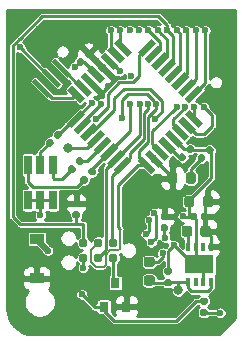
<source format=gbr>
G04 #@! TF.GenerationSoftware,KiCad,Pcbnew,(5.1.6)-1*
G04 #@! TF.CreationDate,2020-12-13T19:15:46+01:00*
G04 #@! TF.ProjectId,ACM-pcb,41434d2d-7063-4622-9e6b-696361645f70,rev?*
G04 #@! TF.SameCoordinates,Original*
G04 #@! TF.FileFunction,Copper,L1,Top*
G04 #@! TF.FilePolarity,Positive*
%FSLAX46Y46*%
G04 Gerber Fmt 4.6, Leading zero omitted, Abs format (unit mm)*
G04 Created by KiCad (PCBNEW (5.1.6)-1) date 2020-12-13 19:15:46*
%MOMM*%
%LPD*%
G01*
G04 APERTURE LIST*
G04 #@! TA.AperFunction,SMDPad,CuDef*
%ADD10R,1.200000X0.900000*%
G04 #@! TD*
G04 #@! TA.AperFunction,SMDPad,CuDef*
%ADD11R,0.700000X1.600000*%
G04 #@! TD*
G04 #@! TA.AperFunction,SMDPad,CuDef*
%ADD12R,0.800000X0.900000*%
G04 #@! TD*
G04 #@! TA.AperFunction,SMDPad,CuDef*
%ADD13C,0.100000*%
G04 #@! TD*
G04 #@! TA.AperFunction,ConnectorPad*
%ADD14C,0.787400*%
G04 #@! TD*
G04 #@! TA.AperFunction,SMDPad,CuDef*
%ADD15R,0.350000X0.750000*%
G04 #@! TD*
G04 #@! TA.AperFunction,SMDPad,CuDef*
%ADD16R,2.400000X1.600000*%
G04 #@! TD*
G04 #@! TA.AperFunction,ViaPad*
%ADD17C,0.600000*%
G04 #@! TD*
G04 #@! TA.AperFunction,ViaPad*
%ADD18C,0.800000*%
G04 #@! TD*
G04 #@! TA.AperFunction,Conductor*
%ADD19C,0.254000*%
G04 #@! TD*
G04 #@! TA.AperFunction,Conductor*
%ADD20C,0.508000*%
G04 #@! TD*
G04 #@! TA.AperFunction,Conductor*
%ADD21C,0.127000*%
G04 #@! TD*
G04 APERTURE END LIST*
D10*
X65750000Y-86975000D03*
X65750000Y-83675000D03*
D11*
X64990000Y-80367000D03*
X64990000Y-77367000D03*
X66040000Y-80367000D03*
X66040000Y-77367000D03*
X67090000Y-80367000D03*
X67090000Y-77367000D03*
D12*
X71440000Y-89392000D03*
X73340000Y-89392000D03*
X72390000Y-87392000D03*
G04 #@! TA.AperFunction,SMDPad,CuDef*
G36*
G01*
X78023100Y-83263450D02*
X78023100Y-82750950D01*
G75*
G02*
X78241850Y-82532200I218750J0D01*
G01*
X78679350Y-82532200D01*
G75*
G02*
X78898100Y-82750950I0J-218750D01*
G01*
X78898100Y-83263450D01*
G75*
G02*
X78679350Y-83482200I-218750J0D01*
G01*
X78241850Y-83482200D01*
G75*
G02*
X78023100Y-83263450I0J218750D01*
G01*
G37*
G04 #@! TD.AperFunction*
G04 #@! TA.AperFunction,SMDPad,CuDef*
G36*
G01*
X79598100Y-83263450D02*
X79598100Y-82750950D01*
G75*
G02*
X79816850Y-82532200I218750J0D01*
G01*
X80254350Y-82532200D01*
G75*
G02*
X80473100Y-82750950I0J-218750D01*
G01*
X80473100Y-83263450D01*
G75*
G02*
X80254350Y-83482200I-218750J0D01*
G01*
X79816850Y-83482200D01*
G75*
G02*
X79598100Y-83263450I0J218750D01*
G01*
G37*
G04 #@! TD.AperFunction*
G04 #@! TA.AperFunction,SMDPad,CuDef*
G36*
G01*
X78350000Y-78756250D02*
X78350000Y-78243750D01*
G75*
G02*
X78568750Y-78025000I218750J0D01*
G01*
X79006250Y-78025000D01*
G75*
G02*
X79225000Y-78243750I0J-218750D01*
G01*
X79225000Y-78756250D01*
G75*
G02*
X79006250Y-78975000I-218750J0D01*
G01*
X78568750Y-78975000D01*
G75*
G02*
X78350000Y-78756250I0J218750D01*
G01*
G37*
G04 #@! TD.AperFunction*
G04 #@! TA.AperFunction,SMDPad,CuDef*
G36*
G01*
X76775000Y-78756250D02*
X76775000Y-78243750D01*
G75*
G02*
X76993750Y-78025000I218750J0D01*
G01*
X77431250Y-78025000D01*
G75*
G02*
X77650000Y-78243750I0J-218750D01*
G01*
X77650000Y-78756250D01*
G75*
G02*
X77431250Y-78975000I-218750J0D01*
G01*
X76993750Y-78975000D01*
G75*
G02*
X76775000Y-78756250I0J218750D01*
G01*
G37*
G04 #@! TD.AperFunction*
G04 #@! TA.AperFunction,SMDPad,CuDef*
D13*
G36*
X72257879Y-67089934D02*
G01*
X72646788Y-66701025D01*
X73778159Y-67832396D01*
X73389250Y-68221305D01*
X72257879Y-67089934D01*
G37*
G04 #@! TD.AperFunction*
G04 #@! TA.AperFunction,SMDPad,CuDef*
G36*
X71692194Y-67655620D02*
G01*
X72081103Y-67266711D01*
X73212474Y-68398082D01*
X72823565Y-68786991D01*
X71692194Y-67655620D01*
G37*
G04 #@! TD.AperFunction*
G04 #@! TA.AperFunction,SMDPad,CuDef*
G36*
X71126508Y-68221305D02*
G01*
X71515417Y-67832396D01*
X72646788Y-68963767D01*
X72257879Y-69352676D01*
X71126508Y-68221305D01*
G37*
G04 #@! TD.AperFunction*
G04 #@! TA.AperFunction,SMDPad,CuDef*
G36*
X70560823Y-68786990D02*
G01*
X70949732Y-68398081D01*
X72081103Y-69529452D01*
X71692194Y-69918361D01*
X70560823Y-68786990D01*
G37*
G04 #@! TD.AperFunction*
G04 #@! TA.AperFunction,SMDPad,CuDef*
G36*
X69995137Y-69352676D02*
G01*
X70384046Y-68963767D01*
X71515417Y-70095138D01*
X71126508Y-70484047D01*
X69995137Y-69352676D01*
G37*
G04 #@! TD.AperFunction*
G04 #@! TA.AperFunction,SMDPad,CuDef*
G36*
X69429452Y-69918361D02*
G01*
X69818361Y-69529452D01*
X70949732Y-70660823D01*
X70560823Y-71049732D01*
X69429452Y-69918361D01*
G37*
G04 #@! TD.AperFunction*
G04 #@! TA.AperFunction,SMDPad,CuDef*
G36*
X68863767Y-70484047D02*
G01*
X69252676Y-70095138D01*
X70384047Y-71226509D01*
X69995138Y-71615418D01*
X68863767Y-70484047D01*
G37*
G04 #@! TD.AperFunction*
G04 #@! TA.AperFunction,SMDPad,CuDef*
G36*
X68298081Y-71049732D02*
G01*
X68686990Y-70660823D01*
X69818361Y-71792194D01*
X69429452Y-72181103D01*
X68298081Y-71049732D01*
G37*
G04 #@! TD.AperFunction*
G04 #@! TA.AperFunction,SMDPad,CuDef*
G36*
X68686990Y-74231713D02*
G01*
X68298081Y-73842804D01*
X69429452Y-72711433D01*
X69818361Y-73100342D01*
X68686990Y-74231713D01*
G37*
G04 #@! TD.AperFunction*
G04 #@! TA.AperFunction,SMDPad,CuDef*
G36*
X69252676Y-74797398D02*
G01*
X68863767Y-74408489D01*
X69995138Y-73277118D01*
X70384047Y-73666027D01*
X69252676Y-74797398D01*
G37*
G04 #@! TD.AperFunction*
G04 #@! TA.AperFunction,SMDPad,CuDef*
G36*
X69818361Y-75363084D02*
G01*
X69429452Y-74974175D01*
X70560823Y-73842804D01*
X70949732Y-74231713D01*
X69818361Y-75363084D01*
G37*
G04 #@! TD.AperFunction*
G04 #@! TA.AperFunction,SMDPad,CuDef*
G36*
X70384046Y-75928769D02*
G01*
X69995137Y-75539860D01*
X71126508Y-74408489D01*
X71515417Y-74797398D01*
X70384046Y-75928769D01*
G37*
G04 #@! TD.AperFunction*
G04 #@! TA.AperFunction,SMDPad,CuDef*
G36*
X70949732Y-76494455D02*
G01*
X70560823Y-76105546D01*
X71692194Y-74974175D01*
X72081103Y-75363084D01*
X70949732Y-76494455D01*
G37*
G04 #@! TD.AperFunction*
G04 #@! TA.AperFunction,SMDPad,CuDef*
G36*
X71515417Y-77060140D02*
G01*
X71126508Y-76671231D01*
X72257879Y-75539860D01*
X72646788Y-75928769D01*
X71515417Y-77060140D01*
G37*
G04 #@! TD.AperFunction*
G04 #@! TA.AperFunction,SMDPad,CuDef*
G36*
X72081103Y-77625825D02*
G01*
X71692194Y-77236916D01*
X72823565Y-76105545D01*
X73212474Y-76494454D01*
X72081103Y-77625825D01*
G37*
G04 #@! TD.AperFunction*
G04 #@! TA.AperFunction,SMDPad,CuDef*
G36*
X72646788Y-78191511D02*
G01*
X72257879Y-77802602D01*
X73389250Y-76671231D01*
X73778159Y-77060140D01*
X72646788Y-78191511D01*
G37*
G04 #@! TD.AperFunction*
G04 #@! TA.AperFunction,SMDPad,CuDef*
G36*
X74308489Y-77060140D02*
G01*
X74697398Y-76671231D01*
X75828769Y-77802602D01*
X75439860Y-78191511D01*
X74308489Y-77060140D01*
G37*
G04 #@! TD.AperFunction*
G04 #@! TA.AperFunction,SMDPad,CuDef*
G36*
X74874174Y-76494454D02*
G01*
X75263083Y-76105545D01*
X76394454Y-77236916D01*
X76005545Y-77625825D01*
X74874174Y-76494454D01*
G37*
G04 #@! TD.AperFunction*
G04 #@! TA.AperFunction,SMDPad,CuDef*
G36*
X75439860Y-75928769D02*
G01*
X75828769Y-75539860D01*
X76960140Y-76671231D01*
X76571231Y-77060140D01*
X75439860Y-75928769D01*
G37*
G04 #@! TD.AperFunction*
G04 #@! TA.AperFunction,SMDPad,CuDef*
G36*
X76005545Y-75363084D02*
G01*
X76394454Y-74974175D01*
X77525825Y-76105546D01*
X77136916Y-76494455D01*
X76005545Y-75363084D01*
G37*
G04 #@! TD.AperFunction*
G04 #@! TA.AperFunction,SMDPad,CuDef*
G36*
X76571231Y-74797398D02*
G01*
X76960140Y-74408489D01*
X78091511Y-75539860D01*
X77702602Y-75928769D01*
X76571231Y-74797398D01*
G37*
G04 #@! TD.AperFunction*
G04 #@! TA.AperFunction,SMDPad,CuDef*
G36*
X77136916Y-74231713D02*
G01*
X77525825Y-73842804D01*
X78657196Y-74974175D01*
X78268287Y-75363084D01*
X77136916Y-74231713D01*
G37*
G04 #@! TD.AperFunction*
G04 #@! TA.AperFunction,SMDPad,CuDef*
G36*
X77702601Y-73666027D02*
G01*
X78091510Y-73277118D01*
X79222881Y-74408489D01*
X78833972Y-74797398D01*
X77702601Y-73666027D01*
G37*
G04 #@! TD.AperFunction*
G04 #@! TA.AperFunction,SMDPad,CuDef*
G36*
X78268287Y-73100342D02*
G01*
X78657196Y-72711433D01*
X79788567Y-73842804D01*
X79399658Y-74231713D01*
X78268287Y-73100342D01*
G37*
G04 #@! TD.AperFunction*
G04 #@! TA.AperFunction,SMDPad,CuDef*
G36*
X78657196Y-72181103D02*
G01*
X78268287Y-71792194D01*
X79399658Y-70660823D01*
X79788567Y-71049732D01*
X78657196Y-72181103D01*
G37*
G04 #@! TD.AperFunction*
G04 #@! TA.AperFunction,SMDPad,CuDef*
G36*
X78091510Y-71615418D02*
G01*
X77702601Y-71226509D01*
X78833972Y-70095138D01*
X79222881Y-70484047D01*
X78091510Y-71615418D01*
G37*
G04 #@! TD.AperFunction*
G04 #@! TA.AperFunction,SMDPad,CuDef*
G36*
X77525825Y-71049732D02*
G01*
X77136916Y-70660823D01*
X78268287Y-69529452D01*
X78657196Y-69918361D01*
X77525825Y-71049732D01*
G37*
G04 #@! TD.AperFunction*
G04 #@! TA.AperFunction,SMDPad,CuDef*
G36*
X76960140Y-70484047D02*
G01*
X76571231Y-70095138D01*
X77702602Y-68963767D01*
X78091511Y-69352676D01*
X76960140Y-70484047D01*
G37*
G04 #@! TD.AperFunction*
G04 #@! TA.AperFunction,SMDPad,CuDef*
G36*
X76394454Y-69918361D02*
G01*
X76005545Y-69529452D01*
X77136916Y-68398081D01*
X77525825Y-68786990D01*
X76394454Y-69918361D01*
G37*
G04 #@! TD.AperFunction*
G04 #@! TA.AperFunction,SMDPad,CuDef*
G36*
X75828769Y-69352676D02*
G01*
X75439860Y-68963767D01*
X76571231Y-67832396D01*
X76960140Y-68221305D01*
X75828769Y-69352676D01*
G37*
G04 #@! TD.AperFunction*
G04 #@! TA.AperFunction,SMDPad,CuDef*
G36*
X75263083Y-68786991D02*
G01*
X74874174Y-68398082D01*
X76005545Y-67266711D01*
X76394454Y-67655620D01*
X75263083Y-68786991D01*
G37*
G04 #@! TD.AperFunction*
G04 #@! TA.AperFunction,SMDPad,CuDef*
G36*
X74697398Y-68221305D02*
G01*
X74308489Y-67832396D01*
X75439860Y-66701025D01*
X75828769Y-67089934D01*
X74697398Y-68221305D01*
G37*
G04 #@! TD.AperFunction*
D14*
X72230000Y-83985000D03*
X72230000Y-85255000D03*
X70960000Y-83985000D03*
X70960000Y-85255000D03*
X69690000Y-83985000D03*
X69690000Y-85255000D03*
G04 #@! TA.AperFunction,SMDPad,CuDef*
G36*
G01*
X68915500Y-80350000D02*
X69260500Y-80350000D01*
G75*
G02*
X69408000Y-80497500I0J-147500D01*
G01*
X69408000Y-80792500D01*
G75*
G02*
X69260500Y-80940000I-147500J0D01*
G01*
X68915500Y-80940000D01*
G75*
G02*
X68768000Y-80792500I0J147500D01*
G01*
X68768000Y-80497500D01*
G75*
G02*
X68915500Y-80350000I147500J0D01*
G01*
G37*
G04 #@! TD.AperFunction*
G04 #@! TA.AperFunction,SMDPad,CuDef*
G36*
G01*
X68915500Y-81320000D02*
X69260500Y-81320000D01*
G75*
G02*
X69408000Y-81467500I0J-147500D01*
G01*
X69408000Y-81762500D01*
G75*
G02*
X69260500Y-81910000I-147500J0D01*
G01*
X68915500Y-81910000D01*
G75*
G02*
X68768000Y-81762500I0J147500D01*
G01*
X68768000Y-81467500D01*
G75*
G02*
X68915500Y-81320000I147500J0D01*
G01*
G37*
G04 #@! TD.AperFunction*
G04 #@! TA.AperFunction,SMDPad,CuDef*
G36*
G01*
X69661685Y-78969066D02*
X69417734Y-78725114D01*
G75*
G02*
X69417734Y-78516518I104298J104298D01*
G01*
X69626330Y-78307922D01*
G75*
G02*
X69834926Y-78307922I104298J-104298D01*
G01*
X70078878Y-78551874D01*
G75*
G02*
X70078878Y-78760470I-104298J-104298D01*
G01*
X69870282Y-78969066D01*
G75*
G02*
X69661686Y-78969066I-104298J104298D01*
G01*
G37*
G04 #@! TD.AperFunction*
G04 #@! TA.AperFunction,SMDPad,CuDef*
G36*
G01*
X70347579Y-78283172D02*
X70103628Y-78039220D01*
G75*
G02*
X70103628Y-77830624I104298J104298D01*
G01*
X70312224Y-77622028D01*
G75*
G02*
X70520820Y-77622028I104298J-104298D01*
G01*
X70764772Y-77865980D01*
G75*
G02*
X70764772Y-78074576I-104298J-104298D01*
G01*
X70556176Y-78283172D01*
G75*
G02*
X70347580Y-78283172I-104298J104298D01*
G01*
G37*
G04 #@! TD.AperFunction*
G04 #@! TA.AperFunction,SMDPad,CuDef*
D13*
G36*
X68377387Y-69996116D02*
G01*
X67033884Y-68652613D01*
X67316727Y-68369770D01*
X68660230Y-69713273D01*
X68377387Y-69996116D01*
G37*
G04 #@! TD.AperFunction*
G04 #@! TA.AperFunction,SMDPad,CuDef*
G36*
X67528859Y-70844645D02*
G01*
X66185356Y-69501142D01*
X66468199Y-69218299D01*
X67811702Y-70561802D01*
X67528859Y-70844645D01*
G37*
G04 #@! TD.AperFunction*
G04 #@! TA.AperFunction,SMDPad,CuDef*
G36*
X66680330Y-71693173D02*
G01*
X65336827Y-70349670D01*
X65619670Y-70066827D01*
X66963173Y-71410330D01*
X66680330Y-71693173D01*
G37*
G04 #@! TD.AperFunction*
G04 #@! TA.AperFunction,SMDPad,CuDef*
G36*
G01*
X70222515Y-67658534D02*
X70466466Y-67902486D01*
G75*
G02*
X70466466Y-68111082I-104298J-104298D01*
G01*
X70257870Y-68319678D01*
G75*
G02*
X70049274Y-68319678I-104298J104298D01*
G01*
X69805322Y-68075726D01*
G75*
G02*
X69805322Y-67867130I104298J104298D01*
G01*
X70013918Y-67658534D01*
G75*
G02*
X70222514Y-67658534I104298J-104298D01*
G01*
G37*
G04 #@! TD.AperFunction*
G04 #@! TA.AperFunction,SMDPad,CuDef*
G36*
G01*
X69536621Y-68344428D02*
X69780572Y-68588380D01*
G75*
G02*
X69780572Y-68796976I-104298J-104298D01*
G01*
X69571976Y-69005572D01*
G75*
G02*
X69363380Y-69005572I-104298J104298D01*
G01*
X69119428Y-68761620D01*
G75*
G02*
X69119428Y-68553024I104298J104298D01*
G01*
X69328024Y-68344428D01*
G75*
G02*
X69536620Y-68344428I104298J-104298D01*
G01*
G37*
G04 #@! TD.AperFunction*
G04 #@! TA.AperFunction,SMDPad,CuDef*
G36*
G01*
X79786621Y-76469428D02*
X80030572Y-76713380D01*
G75*
G02*
X80030572Y-76921976I-104298J-104298D01*
G01*
X79821976Y-77130572D01*
G75*
G02*
X79613380Y-77130572I-104298J104298D01*
G01*
X79369428Y-76886620D01*
G75*
G02*
X79369428Y-76678024I104298J104298D01*
G01*
X79578024Y-76469428D01*
G75*
G02*
X79786620Y-76469428I104298J-104298D01*
G01*
G37*
G04 #@! TD.AperFunction*
G04 #@! TA.AperFunction,SMDPad,CuDef*
G36*
G01*
X80472515Y-75783534D02*
X80716466Y-76027486D01*
G75*
G02*
X80716466Y-76236082I-104298J-104298D01*
G01*
X80507870Y-76444678D01*
G75*
G02*
X80299274Y-76444678I-104298J104298D01*
G01*
X80055322Y-76200726D01*
G75*
G02*
X80055322Y-75992130I104298J104298D01*
G01*
X80263918Y-75783534D01*
G75*
G02*
X80472514Y-75783534I104298J-104298D01*
G01*
G37*
G04 #@! TD.AperFunction*
G04 #@! TA.AperFunction,SMDPad,CuDef*
G36*
G01*
X80055500Y-89218000D02*
X79710500Y-89218000D01*
G75*
G02*
X79563000Y-89070500I0J147500D01*
G01*
X79563000Y-88775500D01*
G75*
G02*
X79710500Y-88628000I147500J0D01*
G01*
X80055500Y-88628000D01*
G75*
G02*
X80203000Y-88775500I0J-147500D01*
G01*
X80203000Y-89070500D01*
G75*
G02*
X80055500Y-89218000I-147500J0D01*
G01*
G37*
G04 #@! TD.AperFunction*
G04 #@! TA.AperFunction,SMDPad,CuDef*
G36*
G01*
X80055500Y-90188000D02*
X79710500Y-90188000D01*
G75*
G02*
X79563000Y-90040500I0J147500D01*
G01*
X79563000Y-89745500D01*
G75*
G02*
X79710500Y-89598000I147500J0D01*
G01*
X80055500Y-89598000D01*
G75*
G02*
X80203000Y-89745500I0J-147500D01*
G01*
X80203000Y-90040500D01*
G75*
G02*
X80055500Y-90188000I-147500J0D01*
G01*
G37*
G04 #@! TD.AperFunction*
G04 #@! TA.AperFunction,SMDPad,CuDef*
G36*
G01*
X76728100Y-83025200D02*
X76383100Y-83025200D01*
G75*
G02*
X76235600Y-82877700I0J147500D01*
G01*
X76235600Y-82582700D01*
G75*
G02*
X76383100Y-82435200I147500J0D01*
G01*
X76728100Y-82435200D01*
G75*
G02*
X76875600Y-82582700I0J-147500D01*
G01*
X76875600Y-82877700D01*
G75*
G02*
X76728100Y-83025200I-147500J0D01*
G01*
G37*
G04 #@! TD.AperFunction*
G04 #@! TA.AperFunction,SMDPad,CuDef*
G36*
G01*
X76728100Y-82055200D02*
X76383100Y-82055200D01*
G75*
G02*
X76235600Y-81907700I0J147500D01*
G01*
X76235600Y-81612700D01*
G75*
G02*
X76383100Y-81465200I147500J0D01*
G01*
X76728100Y-81465200D01*
G75*
G02*
X76875600Y-81612700I0J-147500D01*
G01*
X76875600Y-81907700D01*
G75*
G02*
X76728100Y-82055200I-147500J0D01*
G01*
G37*
G04 #@! TD.AperFunction*
G04 #@! TA.AperFunction,SMDPad,CuDef*
G36*
G01*
X77970432Y-77073519D02*
X77726481Y-76829567D01*
G75*
G02*
X77726481Y-76620971I104298J104298D01*
G01*
X77935077Y-76412375D01*
G75*
G02*
X78143673Y-76412375I104298J-104298D01*
G01*
X78387625Y-76656327D01*
G75*
G02*
X78387625Y-76864923I-104298J-104298D01*
G01*
X78179029Y-77073519D01*
G75*
G02*
X77970433Y-77073519I-104298J104298D01*
G01*
G37*
G04 #@! TD.AperFunction*
G04 #@! TA.AperFunction,SMDPad,CuDef*
G36*
G01*
X78656326Y-76387625D02*
X78412375Y-76143673D01*
G75*
G02*
X78412375Y-75935077I104298J104298D01*
G01*
X78620971Y-75726481D01*
G75*
G02*
X78829567Y-75726481I104298J-104298D01*
G01*
X79073519Y-75970433D01*
G75*
G02*
X79073519Y-76179029I-104298J-104298D01*
G01*
X78864923Y-76387625D01*
G75*
G02*
X78656327Y-76387625I-104298J104298D01*
G01*
G37*
G04 #@! TD.AperFunction*
G04 #@! TA.AperFunction,SMDPad,CuDef*
G36*
G01*
X77032900Y-87673400D02*
X76687900Y-87673400D01*
G75*
G02*
X76540400Y-87525900I0J147500D01*
G01*
X76540400Y-87230900D01*
G75*
G02*
X76687900Y-87083400I147500J0D01*
G01*
X77032900Y-87083400D01*
G75*
G02*
X77180400Y-87230900I0J-147500D01*
G01*
X77180400Y-87525900D01*
G75*
G02*
X77032900Y-87673400I-147500J0D01*
G01*
G37*
G04 #@! TD.AperFunction*
G04 #@! TA.AperFunction,SMDPad,CuDef*
G36*
G01*
X77032900Y-86703400D02*
X76687900Y-86703400D01*
G75*
G02*
X76540400Y-86555900I0J147500D01*
G01*
X76540400Y-86260900D01*
G75*
G02*
X76687900Y-86113400I147500J0D01*
G01*
X77032900Y-86113400D01*
G75*
G02*
X77180400Y-86260900I0J-147500D01*
G01*
X77180400Y-86555900D01*
G75*
G02*
X77032900Y-86703400I-147500J0D01*
G01*
G37*
G04 #@! TD.AperFunction*
G04 #@! TA.AperFunction,SMDPad,CuDef*
G36*
G01*
X79281000Y-81591500D02*
X79281000Y-81936500D01*
G75*
G02*
X79133500Y-82084000I-147500J0D01*
G01*
X78838500Y-82084000D01*
G75*
G02*
X78691000Y-81936500I0J147500D01*
G01*
X78691000Y-81591500D01*
G75*
G02*
X78838500Y-81444000I147500J0D01*
G01*
X79133500Y-81444000D01*
G75*
G02*
X79281000Y-81591500I0J-147500D01*
G01*
G37*
G04 #@! TD.AperFunction*
G04 #@! TA.AperFunction,SMDPad,CuDef*
G36*
G01*
X80251000Y-81591500D02*
X80251000Y-81936500D01*
G75*
G02*
X80103500Y-82084000I-147500J0D01*
G01*
X79808500Y-82084000D01*
G75*
G02*
X79661000Y-81936500I0J147500D01*
G01*
X79661000Y-81591500D01*
G75*
G02*
X79808500Y-81444000I147500J0D01*
G01*
X80103500Y-81444000D01*
G75*
G02*
X80251000Y-81591500I0J-147500D01*
G01*
G37*
G04 #@! TD.AperFunction*
D15*
X78549000Y-87320000D03*
X79199000Y-87320000D03*
X79849000Y-87320000D03*
X80499000Y-87320000D03*
X80499000Y-84320000D03*
X79849000Y-84320000D03*
X79199000Y-84320000D03*
X78549000Y-84320000D03*
D16*
X79524000Y-85820000D03*
G04 #@! TA.AperFunction,SMDPad,CuDef*
G36*
G01*
X75516450Y-87610500D02*
X75003950Y-87610500D01*
G75*
G02*
X74785200Y-87391750I0J218750D01*
G01*
X74785200Y-86954250D01*
G75*
G02*
X75003950Y-86735500I218750J0D01*
G01*
X75516450Y-86735500D01*
G75*
G02*
X75735200Y-86954250I0J-218750D01*
G01*
X75735200Y-87391750D01*
G75*
G02*
X75516450Y-87610500I-218750J0D01*
G01*
G37*
G04 #@! TD.AperFunction*
G04 #@! TA.AperFunction,SMDPad,CuDef*
G36*
G01*
X75516450Y-86035500D02*
X75003950Y-86035500D01*
G75*
G02*
X74785200Y-85816750I0J218750D01*
G01*
X74785200Y-85379250D01*
G75*
G02*
X75003950Y-85160500I218750J0D01*
G01*
X75516450Y-85160500D01*
G75*
G02*
X75735200Y-85379250I0J-218750D01*
G01*
X75735200Y-85816750D01*
G75*
G02*
X75516450Y-86035500I-218750J0D01*
G01*
G37*
G04 #@! TD.AperFunction*
G04 #@! TA.AperFunction,SMDPad,CuDef*
G36*
G01*
X79098000Y-80237750D02*
X79098000Y-80750250D01*
G75*
G02*
X78879250Y-80969000I-218750J0D01*
G01*
X78441750Y-80969000D01*
G75*
G02*
X78223000Y-80750250I0J218750D01*
G01*
X78223000Y-80237750D01*
G75*
G02*
X78441750Y-80019000I218750J0D01*
G01*
X78879250Y-80019000D01*
G75*
G02*
X79098000Y-80237750I0J-218750D01*
G01*
G37*
G04 #@! TD.AperFunction*
G04 #@! TA.AperFunction,SMDPad,CuDef*
G36*
G01*
X80673000Y-80237750D02*
X80673000Y-80750250D01*
G75*
G02*
X80454250Y-80969000I-218750J0D01*
G01*
X80016750Y-80969000D01*
G75*
G02*
X79798000Y-80750250I0J218750D01*
G01*
X79798000Y-80237750D01*
G75*
G02*
X80016750Y-80019000I218750J0D01*
G01*
X80454250Y-80019000D01*
G75*
G02*
X80673000Y-80237750I0J-218750D01*
G01*
G37*
G04 #@! TD.AperFunction*
G04 #@! TA.AperFunction,SMDPad,CuDef*
G36*
G01*
X68620285Y-78080066D02*
X68376334Y-77836114D01*
G75*
G02*
X68376334Y-77627518I104298J104298D01*
G01*
X68584930Y-77418922D01*
G75*
G02*
X68793526Y-77418922I104298J-104298D01*
G01*
X69037478Y-77662874D01*
G75*
G02*
X69037478Y-77871470I-104298J-104298D01*
G01*
X68828882Y-78080066D01*
G75*
G02*
X68620286Y-78080066I-104298J104298D01*
G01*
G37*
G04 #@! TD.AperFunction*
G04 #@! TA.AperFunction,SMDPad,CuDef*
G36*
G01*
X69306179Y-77394172D02*
X69062228Y-77150220D01*
G75*
G02*
X69062228Y-76941624I104298J104298D01*
G01*
X69270824Y-76733028D01*
G75*
G02*
X69479420Y-76733028I104298J-104298D01*
G01*
X69723372Y-76976980D01*
G75*
G02*
X69723372Y-77185576I-104298J-104298D01*
G01*
X69514776Y-77394172D01*
G75*
G02*
X69306180Y-77394172I-104298J104298D01*
G01*
G37*
G04 #@! TD.AperFunction*
G04 #@! TA.AperFunction,SMDPad,CuDef*
G36*
G01*
X67451979Y-75158972D02*
X67208028Y-74915020D01*
G75*
G02*
X67208028Y-74706424I104298J104298D01*
G01*
X67416624Y-74497828D01*
G75*
G02*
X67625220Y-74497828I104298J-104298D01*
G01*
X67869172Y-74741780D01*
G75*
G02*
X67869172Y-74950376I-104298J-104298D01*
G01*
X67660576Y-75158972D01*
G75*
G02*
X67451980Y-75158972I-104298J104298D01*
G01*
G37*
G04 #@! TD.AperFunction*
G04 #@! TA.AperFunction,SMDPad,CuDef*
G36*
G01*
X66766085Y-75844866D02*
X66522134Y-75600914D01*
G75*
G02*
X66522134Y-75392318I104298J104298D01*
G01*
X66730730Y-75183722D01*
G75*
G02*
X66939326Y-75183722I104298J-104298D01*
G01*
X67183278Y-75427674D01*
G75*
G02*
X67183278Y-75636270I-104298J-104298D01*
G01*
X66974682Y-75844866D01*
G75*
G02*
X66766086Y-75844866I-104298J104298D01*
G01*
G37*
G04 #@! TD.AperFunction*
D17*
X73600000Y-66000000D03*
X74400000Y-66000000D03*
X72775000Y-69450000D03*
X68950000Y-69075000D03*
X69675000Y-86100000D03*
X78130400Y-81737192D03*
X76581000Y-83540600D03*
X76400000Y-84840900D03*
X81280000Y-89916000D03*
X77343000Y-84201000D03*
X66040000Y-81661000D03*
X66675000Y-84650000D03*
X64325000Y-67450000D03*
X76800000Y-66000000D03*
X74464799Y-72264808D03*
X75868189Y-72218370D03*
X72974200Y-73380600D03*
X71200000Y-66000000D03*
X69600000Y-66000000D03*
X65225002Y-66675000D03*
X65950002Y-65900000D03*
X65100000Y-65025000D03*
X64375000Y-65775000D03*
X70400000Y-66000000D03*
X76377800Y-80848200D03*
X67233800Y-82981800D03*
X69260941Y-79757258D03*
X67810090Y-81762600D03*
X79857600Y-77851000D03*
X81254600Y-77266800D03*
X75160110Y-72239899D03*
X75773503Y-73466914D03*
X70764400Y-73482200D03*
D18*
X68427600Y-75920600D03*
D17*
X70385196Y-72185196D03*
X73634600Y-72262998D03*
X77600000Y-66000000D03*
X76000000Y-66000000D03*
X75200000Y-66000000D03*
X72800000Y-66000000D03*
X72000000Y-66000000D03*
X80000000Y-66000000D03*
X79200000Y-66000000D03*
X78400000Y-66000000D03*
X73758098Y-69849098D03*
X77600042Y-72500000D03*
X71200000Y-72200000D03*
X79900000Y-72500000D03*
X79100000Y-72500000D03*
D18*
X77724000Y-88011000D03*
D17*
X78288917Y-72493330D03*
X75260200Y-82067400D03*
X74980800Y-83261200D03*
X75692000Y-81483200D03*
X75438000Y-83947000D03*
X69550000Y-88350000D03*
D19*
X69519392Y-70855278D02*
X69623907Y-70855278D01*
X67847057Y-69182943D02*
X69519392Y-70855278D01*
X79199000Y-85495000D02*
X79524000Y-85820000D01*
X79199000Y-84320000D02*
X79199000Y-85495000D01*
X80328841Y-76057053D02*
X80385894Y-76114106D01*
X78800000Y-76114106D02*
X78742947Y-76057053D01*
X80385894Y-76114106D02*
X78800000Y-76114106D01*
X78691000Y-81764000D02*
X78986000Y-81764000D01*
X78670000Y-81743000D02*
X78691000Y-81764000D01*
X78660500Y-80494000D02*
X78670000Y-80503500D01*
X78670000Y-80503500D02*
X78670000Y-81743000D01*
X78219795Y-76057053D02*
X77331371Y-75168629D01*
X78742947Y-76057053D02*
X78219795Y-76057053D01*
X72000000Y-68705888D02*
X72005888Y-68705888D01*
X71886648Y-68592536D02*
X72000000Y-68705888D01*
X69706370Y-68675000D02*
X70755277Y-69723907D01*
X69450000Y-68675000D02*
X69706370Y-68675000D01*
X79849000Y-86145000D02*
X79849000Y-87320000D01*
X79524000Y-85820000D02*
X79849000Y-86145000D01*
X80385894Y-76114106D02*
X80385894Y-76064106D01*
X71886648Y-68592536D02*
X71917536Y-68592536D01*
X71917536Y-68592536D02*
X72775000Y-69450000D01*
X69450000Y-68675000D02*
X69350000Y-68675000D01*
X69350000Y-68675000D02*
X68950000Y-69075000D01*
X69690000Y-86085000D02*
X69675000Y-86100000D01*
X69690000Y-85255000D02*
X69690000Y-86085000D01*
X66998529Y-70031472D02*
X66981472Y-70031472D01*
X78157208Y-81764000D02*
X78130400Y-81737192D01*
X78986000Y-81764000D02*
X78157208Y-81764000D01*
X80514106Y-76242318D02*
X80385894Y-76114106D01*
X80514106Y-78515294D02*
X80514106Y-76242318D01*
X78660500Y-80494000D02*
X78660500Y-80368900D01*
X78660500Y-80368900D02*
X80514106Y-78515294D01*
X76555600Y-82730200D02*
X76555600Y-83515200D01*
X76555600Y-83515200D02*
X76581000Y-83540600D01*
X76400000Y-85169400D02*
X76400000Y-84840900D01*
X75260200Y-85598000D02*
X75971400Y-85598000D01*
X75971400Y-85598000D02*
X76400000Y-85169400D01*
X79199000Y-83691000D02*
X79199000Y-84320000D01*
X78986000Y-81764000D02*
X79199000Y-81977000D01*
X79199000Y-81977000D02*
X79199000Y-83691000D01*
X79883000Y-89893000D02*
X81257000Y-89893000D01*
X81257000Y-89893000D02*
X81280000Y-89916000D01*
X79524000Y-85820000D02*
X78962000Y-85820000D01*
X76860400Y-84683600D02*
X77343000Y-84201000D01*
X76860400Y-86408400D02*
X76860400Y-84683600D01*
X78962000Y-85820000D02*
X77343000Y-84201000D01*
X64990000Y-80367000D02*
X67090000Y-80367000D01*
X66040000Y-80367000D02*
X66040000Y-81661000D01*
D20*
X65750000Y-83675000D02*
X65750000Y-83725000D01*
X65750000Y-83725000D02*
X66675000Y-84650000D01*
D19*
X66998529Y-70031472D02*
X66906472Y-70031472D01*
X66906472Y-70031472D02*
X64325000Y-67450000D01*
X77262910Y-68660996D02*
X76765685Y-69158221D01*
X76800000Y-66000000D02*
X77262910Y-66462910D01*
X77262910Y-66462910D02*
X77262910Y-68660996D01*
X69690000Y-83010000D02*
X69690000Y-83985000D01*
X69690000Y-82415000D02*
X69690000Y-83985000D01*
X63700000Y-81800000D02*
X64315000Y-82415000D01*
X63700000Y-67300000D02*
X63700000Y-81800000D01*
X76800000Y-65575736D02*
X76024264Y-64800000D01*
X76800000Y-66000000D02*
X76800000Y-65575736D01*
X76024264Y-64800000D02*
X66219554Y-64800000D01*
X66219554Y-64800000D02*
X64300000Y-66719554D01*
X64300000Y-66719554D02*
X64280446Y-66719554D01*
X64280446Y-66719554D02*
X63700000Y-67300000D01*
X64315000Y-82415000D02*
X65651000Y-82415000D01*
X69096000Y-81623000D02*
X69088000Y-81615000D01*
X69096000Y-82415000D02*
X69690000Y-82415000D01*
X69096000Y-82415000D02*
X69096000Y-81623000D01*
X65651000Y-82415000D02*
X69096000Y-82415000D01*
X71620399Y-77697620D02*
X72452334Y-76865685D01*
X70960000Y-85255000D02*
X71620399Y-84594601D01*
X71620399Y-84594601D02*
X71620399Y-77697620D01*
X74464799Y-72689072D02*
X74464799Y-72264808D01*
X74464799Y-74853221D02*
X74464799Y-72689072D01*
X72452334Y-76865685D02*
X72452335Y-76865685D01*
X72452335Y-76865685D02*
X74464799Y-74853221D01*
X74432234Y-76794976D02*
X74432234Y-76215166D01*
X75068629Y-77431371D02*
X74432234Y-76794976D01*
X75196689Y-73314134D02*
X75868189Y-72642634D01*
X75196689Y-75450711D02*
X75196689Y-73314134D01*
X74432234Y-76215166D02*
X75196689Y-75450711D01*
X75868189Y-72642634D02*
X75868189Y-72218370D01*
X75568190Y-71918371D02*
X75868189Y-72218370D01*
X75049220Y-71399400D02*
X75568190Y-71918371D01*
X73431400Y-71399400D02*
X75049220Y-71399400D01*
X72974200Y-73380600D02*
X72974200Y-71856600D01*
X72974200Y-71856600D02*
X73431400Y-71399400D01*
D21*
X70960000Y-83985000D02*
X70350000Y-84595000D01*
X70350000Y-84595000D02*
X70350000Y-85631028D01*
D19*
X72644000Y-82677000D02*
X72796400Y-82829400D01*
X72644000Y-79095600D02*
X72644000Y-82677000D01*
X75068629Y-77431371D02*
X74308229Y-77431371D01*
X74308229Y-77431371D02*
X72644000Y-79095600D01*
D21*
X70350000Y-85631028D02*
X70743972Y-86025000D01*
X70743972Y-86025000D02*
X71400000Y-86025000D01*
X71400000Y-86025000D02*
X71590000Y-85835000D01*
X71590000Y-85835000D02*
X71590000Y-85030000D01*
X71590000Y-85030000D02*
X71987200Y-84632800D01*
X72644000Y-84632800D02*
X72796400Y-84480400D01*
X71987200Y-84632800D02*
X72644000Y-84632800D01*
X72796400Y-84480400D02*
X72796400Y-82829400D01*
D19*
X79956000Y-80773500D02*
X80235500Y-80494000D01*
X79956000Y-81764000D02*
X79956000Y-80773500D01*
X75223950Y-76455321D02*
X75634314Y-76865685D01*
X77212500Y-78443871D02*
X75634314Y-76865685D01*
X77212500Y-78500000D02*
X77212500Y-78443871D01*
X76555600Y-81026000D02*
X76555600Y-81760200D01*
X76377800Y-80848200D02*
X76555600Y-81026000D01*
X80499000Y-83470600D02*
X80499000Y-84320000D01*
X80035600Y-83007200D02*
X80499000Y-83470600D01*
X73018629Y-77431371D02*
X73018019Y-77431371D01*
X72230000Y-83985000D02*
X72150000Y-83905000D01*
X72150000Y-78299390D02*
X73018019Y-77431371D01*
X72150000Y-83905000D02*
X72150000Y-78299390D01*
X73018019Y-77431371D02*
X73654414Y-76794976D01*
X74853778Y-72970495D02*
X75160110Y-72664163D01*
X74853778Y-75158622D02*
X74853778Y-72970495D01*
X73654414Y-76357986D02*
X74853778Y-75158622D01*
X75160110Y-72664163D02*
X75160110Y-72239899D01*
X73654414Y-76794976D02*
X73654414Y-76357986D01*
X69850000Y-74811968D02*
X69850000Y-75184000D01*
X75355553Y-70942200D02*
X73126600Y-70942200D01*
X70432592Y-74602944D02*
X70189592Y-74602944D01*
X76384090Y-72856327D02*
X76384090Y-71970737D01*
X72313800Y-72721736D02*
X70432592Y-74602944D01*
X72313800Y-71755000D02*
X72313800Y-72721736D01*
X76384090Y-71970737D02*
X75355553Y-70942200D01*
X73126600Y-70942200D02*
X72313800Y-71755000D01*
X75773503Y-73466914D02*
X76384090Y-72856327D01*
X75068629Y-67461165D02*
X74432234Y-68097560D01*
X71755000Y-72491600D02*
X71064399Y-73182201D01*
X71755000Y-71348600D02*
X71755000Y-72491600D01*
X74432234Y-68097560D02*
X74432234Y-69905596D01*
X72694800Y-70408800D02*
X71755000Y-71348600D01*
X74432234Y-69905596D02*
X73929030Y-70408800D01*
X71064399Y-73182201D02*
X70764400Y-73482200D01*
X73929030Y-70408800D02*
X72694800Y-70408800D01*
X70003306Y-75920600D02*
X70755277Y-75168629D01*
X68427600Y-75920600D02*
X70003306Y-75920600D01*
X70364804Y-72185196D02*
X70385196Y-72185196D01*
X69058221Y-73471573D02*
X69078427Y-73471573D01*
X69078427Y-73471573D02*
X70364804Y-72185196D01*
X68895427Y-73471573D02*
X67538600Y-74828400D01*
X69058221Y-73471573D02*
X68895427Y-73471573D01*
X69991678Y-77063600D02*
X69392800Y-77063600D01*
X71320963Y-75734315D02*
X69991678Y-77063600D01*
X71800000Y-76300000D02*
X71886648Y-76300000D01*
X71886648Y-76300000D02*
X73634600Y-74552048D01*
X73634600Y-74552048D02*
X73634600Y-72687262D01*
X73634600Y-72687262D02*
X73634600Y-72262998D01*
X70434200Y-77752448D02*
X70434200Y-77952600D01*
X71886648Y-76300000D02*
X70434200Y-77752448D01*
X77899999Y-69155279D02*
X77331371Y-69723907D01*
X77600000Y-66000000D02*
X77899999Y-66299999D01*
X77899999Y-66299999D02*
X77899999Y-69155279D01*
X76299999Y-66299999D02*
X76000000Y-66000000D01*
X76733400Y-66733400D02*
X76299999Y-66299999D01*
X76200000Y-68592536D02*
X76733400Y-68059136D01*
X76733400Y-68059136D02*
X76733400Y-66733400D01*
X76200000Y-67000000D02*
X75200000Y-66000000D01*
X75634314Y-68026851D02*
X76200000Y-67461165D01*
X76200000Y-67461165D02*
X76200000Y-67000000D01*
X72810000Y-67253146D02*
X73018019Y-67461165D01*
X72800000Y-66000000D02*
X72810000Y-66010000D01*
X72810000Y-66010000D02*
X72810000Y-67253146D01*
X72000000Y-67574517D02*
X72452334Y-68026851D01*
X72000000Y-66000000D02*
X72000000Y-67574517D01*
X79028427Y-71401573D02*
X79028427Y-71420963D01*
X80000000Y-66000000D02*
X80000000Y-70430000D01*
X80000000Y-70430000D02*
X79028427Y-71401573D01*
X79200000Y-70118019D02*
X78462741Y-70855278D01*
X79200000Y-66000000D02*
X79200000Y-70118019D01*
X78470000Y-69716648D02*
X77897056Y-70289592D01*
X78400000Y-66000000D02*
X78470000Y-66070000D01*
X78470000Y-66070000D02*
X78470000Y-69716648D01*
X76200000Y-76300000D02*
X75539600Y-75639600D01*
X75539600Y-75639600D02*
X75539600Y-74560442D01*
X75539600Y-74560442D02*
X77325000Y-72775042D01*
X77325000Y-72775042D02*
X77600042Y-72500000D01*
X70900001Y-72499999D02*
X71200000Y-72200000D01*
X69623907Y-73776093D02*
X70900001Y-72499999D01*
X69623907Y-74037258D02*
X69623907Y-73776093D01*
X79203083Y-74777600D02*
X78462741Y-74037258D01*
X79922400Y-74777600D02*
X79203083Y-74777600D01*
X80600000Y-74100000D02*
X79922400Y-74777600D01*
X79900000Y-72500000D02*
X80600000Y-73200000D01*
X80600000Y-73200000D02*
X80600000Y-74100000D01*
X79100000Y-73400000D02*
X79028427Y-73471573D01*
X79100000Y-72500000D02*
X79100000Y-73400000D01*
X78574401Y-87847401D02*
X78549000Y-87822000D01*
X78549000Y-87822000D02*
X78549000Y-87320000D01*
X80499000Y-87822000D02*
X80473599Y-87847401D01*
X80499000Y-87320000D02*
X80499000Y-87822000D01*
X78807000Y-88080000D02*
X78574401Y-87847401D01*
X80473599Y-87847401D02*
X80241000Y-88080000D01*
X76918800Y-87320000D02*
X76860400Y-87378400D01*
X75465600Y-87378400D02*
X75260200Y-87173000D01*
X76860400Y-87378400D02*
X75465600Y-87378400D01*
X77724000Y-87376000D02*
X77780000Y-87320000D01*
X77724000Y-88138000D02*
X77724000Y-87376000D01*
X78549000Y-87320000D02*
X77780000Y-87320000D01*
X77780000Y-87320000D02*
X76918800Y-87320000D01*
X79941000Y-88080000D02*
X78807000Y-88080000D01*
X80241000Y-88080000D02*
X79941000Y-88080000D01*
X78787500Y-77712500D02*
X78787500Y-78500000D01*
X79700000Y-76800000D02*
X78787500Y-77712500D01*
X78549000Y-83120000D02*
X78635000Y-83034000D01*
X78549000Y-83095600D02*
X78549000Y-84320000D01*
X78460600Y-83007200D02*
X78549000Y-83095600D01*
X77774317Y-76742947D02*
X76765685Y-75734315D01*
X78057053Y-76742947D02*
X77774317Y-76742947D01*
X66150000Y-70880000D02*
X66995000Y-71725000D01*
X68754184Y-71725000D02*
X69058221Y-71420963D01*
X66995000Y-71725000D02*
X68754184Y-71725000D01*
X78288917Y-72574617D02*
X78288917Y-72493330D01*
X77317600Y-73545934D02*
X78288917Y-72574617D01*
X77897056Y-74602944D02*
X77317600Y-74023488D01*
X77317600Y-74023488D02*
X77317600Y-73545934D01*
X75260200Y-82067400D02*
X75260200Y-82981800D01*
X75260200Y-82981800D02*
X74980800Y-83261200D01*
X75737999Y-83647001D02*
X75438000Y-83947000D01*
X75819000Y-83566000D02*
X75737999Y-83647001D01*
X75692000Y-81483200D02*
X75819000Y-81610200D01*
X75819000Y-81610200D02*
X75819000Y-83566000D01*
X72230000Y-87232000D02*
X72390000Y-87392000D01*
X72230000Y-85255000D02*
X72230000Y-87232000D01*
X69138800Y-79248000D02*
X69748306Y-78638494D01*
X65405000Y-79248000D02*
X69138800Y-79248000D01*
X64990000Y-77367000D02*
X64990000Y-78833000D01*
X64990000Y-78833000D02*
X65405000Y-79248000D01*
X66040000Y-76327000D02*
X66852706Y-75514294D01*
X66040000Y-77367000D02*
X66040000Y-76327000D01*
X67090000Y-77367000D02*
X67090000Y-78520000D01*
X67090000Y-78520000D02*
X67183000Y-78613000D01*
X67843400Y-78613000D02*
X68706906Y-77749494D01*
X67183000Y-78613000D02*
X67843400Y-78613000D01*
X79941000Y-88865000D02*
X79883000Y-88923000D01*
X71382000Y-89450000D02*
X71440000Y-89392000D01*
X69550000Y-88350000D02*
X70650000Y-89450000D01*
X70650000Y-89450000D02*
X71382000Y-89450000D01*
X79227000Y-88923000D02*
X79883000Y-88923000D01*
X77575000Y-90575000D02*
X79227000Y-88923000D01*
X72275000Y-90575000D02*
X77575000Y-90575000D01*
X71440000Y-89392000D02*
X71440000Y-89740000D01*
X71440000Y-89740000D02*
X72275000Y-90575000D01*
G36*
X82530084Y-90377010D02*
G01*
X81197282Y-91709813D01*
X65316969Y-91733621D01*
X64894687Y-91674156D01*
X64499171Y-91536301D01*
X64137964Y-91324250D01*
X63824823Y-91046078D01*
X63571678Y-90712382D01*
X63388168Y-90335870D01*
X63279715Y-89924936D01*
X63255756Y-89700454D01*
X63255158Y-87425000D01*
X64511928Y-87425000D01*
X64524188Y-87549482D01*
X64560498Y-87669180D01*
X64619463Y-87779494D01*
X64698815Y-87876185D01*
X64795506Y-87955537D01*
X64905820Y-88014502D01*
X65025518Y-88050812D01*
X65033553Y-88051603D01*
X64948280Y-88136876D01*
X64800101Y-88358641D01*
X64698034Y-88605053D01*
X64646000Y-88866643D01*
X64646000Y-89133357D01*
X64698034Y-89394947D01*
X64800101Y-89641359D01*
X64948280Y-89863124D01*
X65136876Y-90051720D01*
X65358641Y-90199899D01*
X65605053Y-90301966D01*
X65866643Y-90354000D01*
X66133357Y-90354000D01*
X66394947Y-90301966D01*
X66641359Y-90199899D01*
X66863124Y-90051720D01*
X67051720Y-89863124D01*
X67199899Y-89641359D01*
X67301966Y-89394947D01*
X67354000Y-89133357D01*
X67354000Y-88866643D01*
X67301966Y-88605053D01*
X67199899Y-88358641D01*
X67051720Y-88136876D01*
X66863124Y-87948280D01*
X66780559Y-87893112D01*
X66801185Y-87876185D01*
X66880537Y-87779494D01*
X66939502Y-87669180D01*
X66975812Y-87549482D01*
X66988072Y-87425000D01*
X66985000Y-87260750D01*
X66826250Y-87102000D01*
X65877000Y-87102000D01*
X65877000Y-87122000D01*
X65623000Y-87122000D01*
X65623000Y-87102000D01*
X64673750Y-87102000D01*
X64515000Y-87260750D01*
X64511928Y-87425000D01*
X63255158Y-87425000D01*
X63254922Y-86525000D01*
X64511928Y-86525000D01*
X64515000Y-86689250D01*
X64673750Y-86848000D01*
X65623000Y-86848000D01*
X65623000Y-86048750D01*
X65877000Y-86048750D01*
X65877000Y-86848000D01*
X66826250Y-86848000D01*
X66985000Y-86689250D01*
X66988072Y-86525000D01*
X66975812Y-86400518D01*
X66939502Y-86280820D01*
X66880537Y-86170506D01*
X66801185Y-86073815D01*
X66704494Y-85994463D01*
X66594180Y-85935498D01*
X66474482Y-85899188D01*
X66350000Y-85886928D01*
X66035750Y-85890000D01*
X65877000Y-86048750D01*
X65623000Y-86048750D01*
X65464250Y-85890000D01*
X65150000Y-85886928D01*
X65025518Y-85899188D01*
X64905820Y-85935498D01*
X64795506Y-85994463D01*
X64698815Y-86073815D01*
X64619463Y-86170506D01*
X64560498Y-86280820D01*
X64524188Y-86400518D01*
X64511928Y-86525000D01*
X63254922Y-86525000D01*
X63254055Y-83225000D01*
X64894772Y-83225000D01*
X64894772Y-84125000D01*
X64899676Y-84174793D01*
X64914200Y-84222672D01*
X64937786Y-84266797D01*
X64969527Y-84305473D01*
X65008203Y-84337214D01*
X65052328Y-84360800D01*
X65100207Y-84375324D01*
X65150000Y-84380228D01*
X65686808Y-84380228D01*
X66159340Y-84852760D01*
X66184051Y-84912418D01*
X66244680Y-85003155D01*
X66321845Y-85080320D01*
X66412582Y-85140949D01*
X66513404Y-85182711D01*
X66620436Y-85204000D01*
X66729564Y-85204000D01*
X66836596Y-85182711D01*
X66937418Y-85140949D01*
X67028155Y-85080320D01*
X67105320Y-85003155D01*
X67165949Y-84912418D01*
X67207711Y-84811596D01*
X67229000Y-84704564D01*
X67229000Y-84595436D01*
X67207711Y-84488404D01*
X67165949Y-84387582D01*
X67105320Y-84296845D01*
X67028155Y-84219680D01*
X66937418Y-84159051D01*
X66877760Y-84134340D01*
X66605228Y-83861808D01*
X66605228Y-83225000D01*
X66600324Y-83175207D01*
X66585800Y-83127328D01*
X66562214Y-83083203D01*
X66530473Y-83044527D01*
X66491797Y-83012786D01*
X66447672Y-82989200D01*
X66399793Y-82974676D01*
X66350000Y-82969772D01*
X65150000Y-82969772D01*
X65100207Y-82974676D01*
X65052328Y-82989200D01*
X65008203Y-83012786D01*
X64969527Y-83044527D01*
X64937786Y-83083203D01*
X64914200Y-83127328D01*
X64899676Y-83175207D01*
X64894772Y-83225000D01*
X63254055Y-83225000D01*
X63249868Y-67300000D01*
X63317157Y-67300000D01*
X63319000Y-67318710D01*
X63319001Y-81781280D01*
X63317157Y-81800000D01*
X63324514Y-81874688D01*
X63346299Y-81946507D01*
X63381678Y-82012696D01*
X63403687Y-82039513D01*
X63429290Y-82070711D01*
X63443827Y-82082641D01*
X64032359Y-82671174D01*
X64044289Y-82685711D01*
X64070474Y-82707200D01*
X64102303Y-82733322D01*
X64113467Y-82739289D01*
X64168492Y-82768701D01*
X64240311Y-82790487D01*
X64296287Y-82796000D01*
X64296296Y-82796000D01*
X64314999Y-82797842D01*
X64333702Y-82796000D01*
X69077287Y-82796000D01*
X69096000Y-82797843D01*
X69114713Y-82796000D01*
X69309000Y-82796000D01*
X69309000Y-83460594D01*
X69277115Y-83481899D01*
X69186899Y-83572115D01*
X69169300Y-83598454D01*
X69169300Y-83530200D01*
X69140505Y-83385437D01*
X69084021Y-83249073D01*
X69002020Y-83126349D01*
X68897651Y-83021980D01*
X68774927Y-82939979D01*
X68638563Y-82883495D01*
X68493800Y-82854700D01*
X68346200Y-82854700D01*
X68201437Y-82883495D01*
X68065073Y-82939979D01*
X67942349Y-83021980D01*
X67837980Y-83126349D01*
X67755979Y-83249073D01*
X67699495Y-83385437D01*
X67670700Y-83530200D01*
X67670700Y-83677800D01*
X67699495Y-83822563D01*
X67755979Y-83958927D01*
X67837980Y-84081651D01*
X67942349Y-84186020D01*
X68065073Y-84268021D01*
X68201437Y-84324505D01*
X68346200Y-84353300D01*
X68493800Y-84353300D01*
X68638563Y-84324505D01*
X68774927Y-84268021D01*
X68897651Y-84186020D01*
X69002020Y-84081651D01*
X69042300Y-84021367D01*
X69042300Y-84048793D01*
X69067191Y-84173927D01*
X69116016Y-84291801D01*
X69186899Y-84397885D01*
X69277115Y-84488101D01*
X69383199Y-84558984D01*
X69501073Y-84607809D01*
X69562361Y-84620000D01*
X69501073Y-84632191D01*
X69383199Y-84681016D01*
X69277115Y-84751899D01*
X69186899Y-84842115D01*
X69116016Y-84948199D01*
X69067191Y-85066073D01*
X69042300Y-85191207D01*
X69042300Y-85218633D01*
X69002020Y-85158349D01*
X68897651Y-85053980D01*
X68774927Y-84971979D01*
X68638563Y-84915495D01*
X68493800Y-84886700D01*
X68346200Y-84886700D01*
X68201437Y-84915495D01*
X68065073Y-84971979D01*
X67942349Y-85053980D01*
X67837980Y-85158349D01*
X67755979Y-85281073D01*
X67699495Y-85417437D01*
X67670700Y-85562200D01*
X67670700Y-85709800D01*
X67699495Y-85854563D01*
X67755979Y-85990927D01*
X67837980Y-86113651D01*
X67942349Y-86218020D01*
X68065073Y-86300021D01*
X68201437Y-86356505D01*
X68346200Y-86385300D01*
X68493800Y-86385300D01*
X68638563Y-86356505D01*
X68774927Y-86300021D01*
X68897651Y-86218020D01*
X69002020Y-86113651D01*
X69084021Y-85990927D01*
X69140505Y-85854563D01*
X69169300Y-85709800D01*
X69169300Y-85641546D01*
X69186899Y-85667885D01*
X69255270Y-85736256D01*
X69244680Y-85746845D01*
X69184051Y-85837582D01*
X69142289Y-85938404D01*
X69121000Y-86045436D01*
X69121000Y-86154564D01*
X69142289Y-86261596D01*
X69184051Y-86362418D01*
X69244680Y-86453155D01*
X69321845Y-86530320D01*
X69412582Y-86590949D01*
X69513404Y-86632711D01*
X69620436Y-86654000D01*
X69729564Y-86654000D01*
X69836596Y-86632711D01*
X69937418Y-86590949D01*
X70028155Y-86530320D01*
X70105320Y-86453155D01*
X70165949Y-86362418D01*
X70207711Y-86261596D01*
X70229000Y-86154564D01*
X70229000Y-86045436D01*
X70207711Y-85938404D01*
X70207249Y-85937290D01*
X70508435Y-86238476D01*
X70518379Y-86250593D01*
X70555211Y-86280820D01*
X70566725Y-86290269D01*
X70621882Y-86319751D01*
X70681731Y-86337906D01*
X70743972Y-86344037D01*
X70759575Y-86342500D01*
X71384404Y-86342500D01*
X71400000Y-86344036D01*
X71415596Y-86342500D01*
X71462241Y-86337906D01*
X71522090Y-86319751D01*
X71577247Y-86290269D01*
X71625593Y-86250593D01*
X71635542Y-86238470D01*
X71803471Y-86070541D01*
X71815593Y-86060593D01*
X71849000Y-86019885D01*
X71849001Y-86729360D01*
X71848203Y-86729786D01*
X71809527Y-86761527D01*
X71777786Y-86800203D01*
X71754200Y-86844328D01*
X71739676Y-86892207D01*
X71734772Y-86942000D01*
X71734772Y-87842000D01*
X71739676Y-87891793D01*
X71754200Y-87939672D01*
X71777786Y-87983797D01*
X71809527Y-88022473D01*
X71848203Y-88054214D01*
X71892328Y-88077800D01*
X71940207Y-88092324D01*
X71990000Y-88097228D01*
X72790000Y-88097228D01*
X72839793Y-88092324D01*
X72887672Y-88077800D01*
X72931797Y-88054214D01*
X72970473Y-88022473D01*
X73002214Y-87983797D01*
X73025800Y-87939672D01*
X73040324Y-87891793D01*
X73045228Y-87842000D01*
X73045228Y-86942000D01*
X73040324Y-86892207D01*
X73025800Y-86844328D01*
X73002214Y-86800203D01*
X72970473Y-86761527D01*
X72931797Y-86729786D01*
X72887672Y-86706200D01*
X72839793Y-86691676D01*
X72790000Y-86686772D01*
X72611000Y-86686772D01*
X72611000Y-85779406D01*
X72642885Y-85758101D01*
X72733101Y-85667885D01*
X72803984Y-85561801D01*
X72852809Y-85443927D01*
X72877700Y-85318793D01*
X72877700Y-85191207D01*
X72852809Y-85066073D01*
X72803984Y-84948199D01*
X72783846Y-84918060D01*
X72807244Y-84905554D01*
X72835979Y-84974927D01*
X72917980Y-85097651D01*
X73022349Y-85202020D01*
X73145073Y-85284021D01*
X73281437Y-85340505D01*
X73426200Y-85369300D01*
X73573800Y-85369300D01*
X73718563Y-85340505D01*
X73854927Y-85284021D01*
X73977651Y-85202020D01*
X74082020Y-85097651D01*
X74164021Y-84974927D01*
X74220505Y-84838563D01*
X74249300Y-84693800D01*
X74249300Y-84546200D01*
X74220505Y-84401437D01*
X74164021Y-84265073D01*
X74082020Y-84142349D01*
X73977651Y-84037980D01*
X73854927Y-83955979D01*
X73718563Y-83899495D01*
X73573800Y-83870700D01*
X73426200Y-83870700D01*
X73281437Y-83899495D01*
X73145073Y-83955979D01*
X73113900Y-83976808D01*
X73113900Y-83043098D01*
X73114722Y-83042096D01*
X73150101Y-82975907D01*
X73171886Y-82904088D01*
X73179243Y-82829399D01*
X73171886Y-82754711D01*
X73150101Y-82682892D01*
X73114722Y-82616704D01*
X73079039Y-82573225D01*
X73025000Y-82519186D01*
X73025000Y-79253414D01*
X73303414Y-78975000D01*
X76136928Y-78975000D01*
X76149188Y-79099482D01*
X76185498Y-79219180D01*
X76244463Y-79329494D01*
X76323815Y-79426185D01*
X76420506Y-79505537D01*
X76530820Y-79564502D01*
X76650518Y-79600812D01*
X76775000Y-79613072D01*
X76926750Y-79610000D01*
X77085500Y-79451250D01*
X77085500Y-78627000D01*
X76298750Y-78627000D01*
X76140000Y-78785750D01*
X76136928Y-78975000D01*
X73303414Y-78975000D01*
X74466044Y-77812371D01*
X74699774Y-77812371D01*
X75259387Y-78371984D01*
X75298063Y-78403725D01*
X75342188Y-78427311D01*
X75390067Y-78441835D01*
X75439860Y-78446739D01*
X75489653Y-78441835D01*
X75537532Y-78427311D01*
X75581657Y-78403725D01*
X75620333Y-78371984D01*
X75773541Y-78218776D01*
X75878055Y-78251030D01*
X76002476Y-78263890D01*
X76127015Y-78252227D01*
X76166274Y-78240524D01*
X76298750Y-78373000D01*
X77085500Y-78373000D01*
X77085500Y-77548750D01*
X76991986Y-77455236D01*
X77020856Y-77358386D01*
X77032519Y-77233847D01*
X77019659Y-77109426D01*
X76987405Y-77004912D01*
X77140613Y-76851704D01*
X77172354Y-76813028D01*
X77195940Y-76768903D01*
X77204935Y-76739250D01*
X77225551Y-76732996D01*
X77491676Y-76999121D01*
X77503606Y-77013658D01*
X77518141Y-77025586D01*
X77561620Y-77061269D01*
X77627137Y-77096289D01*
X77627809Y-77096648D01*
X77634706Y-77098740D01*
X77789959Y-77253993D01*
X77850987Y-77304077D01*
X77920614Y-77341293D01*
X77996163Y-77364211D01*
X78074731Y-77371949D01*
X78153299Y-77364211D01*
X78228848Y-77341293D01*
X78298475Y-77304077D01*
X78359503Y-77253993D01*
X78568099Y-77045397D01*
X78618183Y-76984369D01*
X78655399Y-76914742D01*
X78678317Y-76839193D01*
X78686055Y-76760625D01*
X78678317Y-76682057D01*
X78676688Y-76676688D01*
X78682057Y-76678317D01*
X78760625Y-76686055D01*
X78839193Y-76678317D01*
X78914742Y-76655399D01*
X78984369Y-76618183D01*
X79045397Y-76568099D01*
X79118390Y-76495106D01*
X79191398Y-76495106D01*
X79188954Y-76497550D01*
X79138870Y-76558578D01*
X79101654Y-76628205D01*
X79078736Y-76703754D01*
X79070998Y-76782322D01*
X79078736Y-76860890D01*
X79083754Y-76877431D01*
X78531332Y-77429854D01*
X78516789Y-77441789D01*
X78486429Y-77478784D01*
X78469178Y-77499804D01*
X78443016Y-77548750D01*
X78433799Y-77565993D01*
X78412013Y-77637812D01*
X78408370Y-77674806D01*
X78404657Y-77712500D01*
X78406500Y-77731211D01*
X78406500Y-77800047D01*
X78387366Y-77805851D01*
X78305422Y-77849652D01*
X78269360Y-77879247D01*
X78239502Y-77780820D01*
X78180537Y-77670506D01*
X78101185Y-77573815D01*
X78004494Y-77494463D01*
X77894180Y-77435498D01*
X77774482Y-77399188D01*
X77650000Y-77386928D01*
X77498250Y-77390000D01*
X77339500Y-77548750D01*
X77339500Y-78373000D01*
X77359500Y-78373000D01*
X77359500Y-78627000D01*
X77339500Y-78627000D01*
X77339500Y-79451250D01*
X77498250Y-79610000D01*
X77650000Y-79613072D01*
X77774482Y-79600812D01*
X77894180Y-79564502D01*
X78004494Y-79505537D01*
X78101185Y-79426185D01*
X78180537Y-79329494D01*
X78239502Y-79219180D01*
X78269360Y-79120753D01*
X78305422Y-79150348D01*
X78387366Y-79194149D01*
X78476281Y-79221121D01*
X78568750Y-79230228D01*
X79006250Y-79230228D01*
X79098719Y-79221121D01*
X79187634Y-79194149D01*
X79269578Y-79150348D01*
X79341403Y-79091403D01*
X79400348Y-79019578D01*
X79444149Y-78937634D01*
X79471121Y-78848719D01*
X79480228Y-78756250D01*
X79480228Y-78243750D01*
X79471121Y-78151281D01*
X79444149Y-78062366D01*
X79400348Y-77980422D01*
X79341403Y-77908597D01*
X79269578Y-77849652D01*
X79217174Y-77821641D01*
X79622569Y-77416246D01*
X79639110Y-77421264D01*
X79717678Y-77429002D01*
X79796246Y-77421264D01*
X79871795Y-77398346D01*
X79941422Y-77361130D01*
X80002450Y-77311046D01*
X80133107Y-77180389D01*
X80133106Y-78357479D01*
X78726814Y-79763772D01*
X78441750Y-79763772D01*
X78349281Y-79772879D01*
X78260366Y-79799851D01*
X78178422Y-79843652D01*
X78106597Y-79902597D01*
X78047652Y-79974422D01*
X78003851Y-80056366D01*
X77976879Y-80145281D01*
X77967772Y-80237750D01*
X77967772Y-80750250D01*
X77976879Y-80842719D01*
X78003851Y-80931634D01*
X78047652Y-81013578D01*
X78106597Y-81085403D01*
X78178422Y-81144348D01*
X78260366Y-81188149D01*
X78289001Y-81196835D01*
X78289001Y-81203885D01*
X78184964Y-81183192D01*
X78075836Y-81183192D01*
X77968804Y-81204481D01*
X77867982Y-81246243D01*
X77777245Y-81306872D01*
X77700080Y-81384037D01*
X77639451Y-81474774D01*
X77597689Y-81575596D01*
X77576400Y-81682628D01*
X77576400Y-81791756D01*
X77597689Y-81898788D01*
X77639451Y-81999610D01*
X77700080Y-82090347D01*
X77777245Y-82167512D01*
X77867982Y-82228141D01*
X77968804Y-82269903D01*
X78075836Y-82291192D01*
X78132526Y-82291192D01*
X78060466Y-82313051D01*
X77978522Y-82356852D01*
X77906697Y-82415797D01*
X77847752Y-82487622D01*
X77803951Y-82569566D01*
X77776979Y-82658481D01*
X77767872Y-82750950D01*
X77767872Y-83263450D01*
X77776979Y-83355919D01*
X77803951Y-83444834D01*
X77847752Y-83526778D01*
X77906697Y-83598603D01*
X77978522Y-83657548D01*
X78060466Y-83701349D01*
X78149381Y-83728321D01*
X78168001Y-83730155D01*
X78168001Y-83795631D01*
X78161786Y-83803203D01*
X78138200Y-83847328D01*
X78123676Y-83895207D01*
X78118772Y-83945000D01*
X78118772Y-84437958D01*
X77897000Y-84216186D01*
X77897000Y-84146436D01*
X77875711Y-84039404D01*
X77833949Y-83938582D01*
X77773320Y-83847845D01*
X77696155Y-83770680D01*
X77605418Y-83710051D01*
X77504596Y-83668289D01*
X77397564Y-83647000D01*
X77288436Y-83647000D01*
X77181404Y-83668289D01*
X77114983Y-83695802D01*
X77135000Y-83595164D01*
X77135000Y-83486036D01*
X77113711Y-83379004D01*
X77071949Y-83278182D01*
X77011320Y-83187445D01*
X76998303Y-83174428D01*
X77012872Y-83162472D01*
X77062956Y-83101444D01*
X77100172Y-83031817D01*
X77123090Y-82956268D01*
X77130828Y-82877700D01*
X77130828Y-82638797D01*
X77230094Y-82585737D01*
X77326785Y-82506385D01*
X77406137Y-82409694D01*
X77465102Y-82299380D01*
X77501412Y-82179682D01*
X77513672Y-82055200D01*
X77510600Y-82045950D01*
X77351850Y-81887200D01*
X76682600Y-81887200D01*
X76682600Y-81907200D01*
X76428600Y-81907200D01*
X76428600Y-81887200D01*
X76408600Y-81887200D01*
X76408600Y-81633200D01*
X76428600Y-81633200D01*
X76428600Y-80988950D01*
X76682600Y-80988950D01*
X76682600Y-81633200D01*
X77351850Y-81633200D01*
X77510600Y-81474450D01*
X77513672Y-81465200D01*
X77501412Y-81340718D01*
X77465102Y-81221020D01*
X77406137Y-81110706D01*
X77326785Y-81014015D01*
X77230094Y-80934663D01*
X77119780Y-80875698D01*
X77000082Y-80839388D01*
X76875600Y-80827128D01*
X76841350Y-80830200D01*
X76682600Y-80988950D01*
X76428600Y-80988950D01*
X76269850Y-80830200D01*
X76235600Y-80827128D01*
X76111118Y-80839388D01*
X75991420Y-80875698D01*
X75881106Y-80934663D01*
X75859063Y-80952753D01*
X75853596Y-80950489D01*
X75746564Y-80929200D01*
X75637436Y-80929200D01*
X75530404Y-80950489D01*
X75429582Y-80992251D01*
X75338845Y-81052880D01*
X75261680Y-81130045D01*
X75201051Y-81220782D01*
X75159289Y-81321604D01*
X75138000Y-81428636D01*
X75138000Y-81526853D01*
X75098604Y-81534689D01*
X74997782Y-81576451D01*
X74907045Y-81637080D01*
X74829880Y-81714245D01*
X74769251Y-81804982D01*
X74727489Y-81905804D01*
X74706200Y-82012836D01*
X74706200Y-82121964D01*
X74727489Y-82228996D01*
X74769251Y-82329818D01*
X74829880Y-82420555D01*
X74879200Y-82469875D01*
X74879201Y-82716555D01*
X74819204Y-82728489D01*
X74718382Y-82770251D01*
X74627645Y-82830880D01*
X74550480Y-82908045D01*
X74489851Y-82998782D01*
X74448089Y-83099604D01*
X74426800Y-83206636D01*
X74426800Y-83315764D01*
X74448089Y-83422796D01*
X74489851Y-83523618D01*
X74550480Y-83614355D01*
X74627645Y-83691520D01*
X74718382Y-83752149D01*
X74819204Y-83793911D01*
X74900385Y-83810058D01*
X74884000Y-83892436D01*
X74884000Y-84001564D01*
X74905289Y-84108596D01*
X74947051Y-84209418D01*
X75007680Y-84300155D01*
X75084845Y-84377320D01*
X75175582Y-84437949D01*
X75276404Y-84479711D01*
X75383436Y-84501000D01*
X75492564Y-84501000D01*
X75599596Y-84479711D01*
X75700418Y-84437949D01*
X75791155Y-84377320D01*
X75868320Y-84300155D01*
X75928949Y-84209418D01*
X75970711Y-84108596D01*
X75992000Y-84001564D01*
X75992000Y-83931816D01*
X76020639Y-83903177D01*
X76020648Y-83903166D01*
X76075168Y-83848646D01*
X76089711Y-83836711D01*
X76102308Y-83821361D01*
X76150680Y-83893755D01*
X76227845Y-83970920D01*
X76318582Y-84031549D01*
X76419404Y-84073311D01*
X76526436Y-84094600D01*
X76635564Y-84094600D01*
X76742596Y-84073311D01*
X76809017Y-84045798D01*
X76789000Y-84146436D01*
X76789000Y-84216186D01*
X76657339Y-84347847D01*
X76561596Y-84308189D01*
X76454564Y-84286900D01*
X76345436Y-84286900D01*
X76238404Y-84308189D01*
X76137582Y-84349951D01*
X76046845Y-84410580D01*
X75969680Y-84487745D01*
X75909051Y-84578482D01*
X75867289Y-84679304D01*
X75846000Y-84786336D01*
X75846000Y-84895464D01*
X75867289Y-85002496D01*
X75909051Y-85103318D01*
X75916348Y-85114238D01*
X75911982Y-85118604D01*
X75910548Y-85115922D01*
X75851603Y-85044097D01*
X75779778Y-84985152D01*
X75697834Y-84941351D01*
X75608919Y-84914379D01*
X75516450Y-84905272D01*
X75003950Y-84905272D01*
X74911481Y-84914379D01*
X74822566Y-84941351D01*
X74740622Y-84985152D01*
X74668797Y-85044097D01*
X74609852Y-85115922D01*
X74566051Y-85197866D01*
X74539079Y-85286781D01*
X74529972Y-85379250D01*
X74529972Y-85816750D01*
X74539079Y-85909219D01*
X74566051Y-85998134D01*
X74609852Y-86080078D01*
X74668797Y-86151903D01*
X74740622Y-86210848D01*
X74822566Y-86254649D01*
X74911481Y-86281621D01*
X75003950Y-86290728D01*
X75516450Y-86290728D01*
X75608919Y-86281621D01*
X75697834Y-86254649D01*
X75779778Y-86210848D01*
X75851603Y-86151903D01*
X75910548Y-86080078D01*
X75954349Y-85998134D01*
X75959937Y-85979714D01*
X75971400Y-85980843D01*
X75990110Y-85979000D01*
X75990113Y-85979000D01*
X76046089Y-85973487D01*
X76117908Y-85951701D01*
X76184096Y-85916322D01*
X76242111Y-85868711D01*
X76254046Y-85854169D01*
X76479400Y-85628814D01*
X76479400Y-85917896D01*
X76464156Y-85926044D01*
X76403128Y-85976128D01*
X76353044Y-86037156D01*
X76315828Y-86106783D01*
X76292910Y-86182332D01*
X76285172Y-86260900D01*
X76285172Y-86555900D01*
X76292910Y-86634468D01*
X76315828Y-86710017D01*
X76353044Y-86779644D01*
X76403128Y-86840672D01*
X76464156Y-86890756D01*
X76469103Y-86893400D01*
X76464156Y-86896044D01*
X76403128Y-86946128D01*
X76361050Y-86997400D01*
X75990428Y-86997400D01*
X75990428Y-86954250D01*
X75981321Y-86861781D01*
X75954349Y-86772866D01*
X75910548Y-86690922D01*
X75851603Y-86619097D01*
X75779778Y-86560152D01*
X75697834Y-86516351D01*
X75608919Y-86489379D01*
X75516450Y-86480272D01*
X75003950Y-86480272D01*
X74911481Y-86489379D01*
X74822566Y-86516351D01*
X74740622Y-86560152D01*
X74668797Y-86619097D01*
X74609852Y-86690922D01*
X74566051Y-86772866D01*
X74539079Y-86861781D01*
X74529972Y-86954250D01*
X74529972Y-87391750D01*
X74539079Y-87484219D01*
X74566051Y-87573134D01*
X74609852Y-87655078D01*
X74668797Y-87726903D01*
X74740622Y-87785848D01*
X74822566Y-87829649D01*
X74911481Y-87856621D01*
X75003950Y-87865728D01*
X75516450Y-87865728D01*
X75608919Y-87856621D01*
X75697834Y-87829649D01*
X75779778Y-87785848D01*
X75812005Y-87759400D01*
X76361050Y-87759400D01*
X76403128Y-87810672D01*
X76464156Y-87860756D01*
X76533783Y-87897972D01*
X76609332Y-87920890D01*
X76687900Y-87928628D01*
X77032900Y-87928628D01*
X77074385Y-87924542D01*
X77070000Y-87946587D01*
X77070000Y-88075413D01*
X77095133Y-88201765D01*
X77144433Y-88320785D01*
X77216005Y-88427900D01*
X77307100Y-88518995D01*
X77414215Y-88590567D01*
X77533235Y-88639867D01*
X77659587Y-88665000D01*
X77788413Y-88665000D01*
X77914765Y-88639867D01*
X78033785Y-88590567D01*
X78140900Y-88518995D01*
X78231995Y-88427900D01*
X78303567Y-88320785D01*
X78352867Y-88201765D01*
X78359020Y-88170834D01*
X78524358Y-88336173D01*
X78536289Y-88350711D01*
X78550824Y-88362639D01*
X78550825Y-88362640D01*
X78594303Y-88398322D01*
X78643630Y-88424688D01*
X78660492Y-88433701D01*
X78732311Y-88455487D01*
X78788287Y-88461000D01*
X78788290Y-88461000D01*
X78807000Y-88462843D01*
X78825710Y-88461000D01*
X79461952Y-88461000D01*
X79425728Y-88490728D01*
X79383650Y-88542000D01*
X79245710Y-88542000D01*
X79227000Y-88540157D01*
X79208290Y-88542000D01*
X79208287Y-88542000D01*
X79152311Y-88547513D01*
X79080492Y-88569299D01*
X79014303Y-88604678D01*
X78984972Y-88628750D01*
X78956289Y-88652289D01*
X78944360Y-88666825D01*
X77417186Y-90194000D01*
X74271870Y-90194000D01*
X74329502Y-90086180D01*
X74365812Y-89966482D01*
X74378072Y-89842000D01*
X74375000Y-89677750D01*
X74216250Y-89519000D01*
X73467000Y-89519000D01*
X73467000Y-89539000D01*
X73213000Y-89539000D01*
X73213000Y-89519000D01*
X72463750Y-89519000D01*
X72305000Y-89677750D01*
X72301928Y-89842000D01*
X72314188Y-89966482D01*
X72350498Y-90086180D01*
X72379784Y-90140969D01*
X72093936Y-89855121D01*
X72095228Y-89842000D01*
X72095228Y-88942000D01*
X72301928Y-88942000D01*
X72305000Y-89106250D01*
X72463750Y-89265000D01*
X73213000Y-89265000D01*
X73213000Y-88465750D01*
X73467000Y-88465750D01*
X73467000Y-89265000D01*
X74216250Y-89265000D01*
X74375000Y-89106250D01*
X74378072Y-88942000D01*
X74365812Y-88817518D01*
X74329502Y-88697820D01*
X74270537Y-88587506D01*
X74191185Y-88490815D01*
X74094494Y-88411463D01*
X73984180Y-88352498D01*
X73864482Y-88316188D01*
X73740000Y-88303928D01*
X73625750Y-88307000D01*
X73467000Y-88465750D01*
X73213000Y-88465750D01*
X73054250Y-88307000D01*
X72940000Y-88303928D01*
X72815518Y-88316188D01*
X72695820Y-88352498D01*
X72585506Y-88411463D01*
X72488815Y-88490815D01*
X72409463Y-88587506D01*
X72350498Y-88697820D01*
X72314188Y-88817518D01*
X72301928Y-88942000D01*
X72095228Y-88942000D01*
X72090324Y-88892207D01*
X72075800Y-88844328D01*
X72052214Y-88800203D01*
X72020473Y-88761527D01*
X71981797Y-88729786D01*
X71937672Y-88706200D01*
X71889793Y-88691676D01*
X71840000Y-88686772D01*
X71040000Y-88686772D01*
X70990207Y-88691676D01*
X70942328Y-88706200D01*
X70898203Y-88729786D01*
X70859527Y-88761527D01*
X70827786Y-88800203D01*
X70804200Y-88844328D01*
X70789676Y-88892207D01*
X70784772Y-88942000D01*
X70784772Y-89045957D01*
X70104000Y-88365186D01*
X70104000Y-88295436D01*
X70082711Y-88188404D01*
X70040949Y-88087582D01*
X69980320Y-87996845D01*
X69903155Y-87919680D01*
X69812418Y-87859051D01*
X69711596Y-87817289D01*
X69604564Y-87796000D01*
X69495436Y-87796000D01*
X69388404Y-87817289D01*
X69287582Y-87859051D01*
X69196845Y-87919680D01*
X69119680Y-87996845D01*
X69059051Y-88087582D01*
X69017289Y-88188404D01*
X68996000Y-88295436D01*
X68996000Y-88404564D01*
X69017289Y-88511596D01*
X69059051Y-88612418D01*
X69119680Y-88703155D01*
X69196845Y-88780320D01*
X69287582Y-88840949D01*
X69388404Y-88882711D01*
X69495436Y-88904000D01*
X69565186Y-88904000D01*
X70367359Y-89706174D01*
X70379289Y-89720711D01*
X70393824Y-89732639D01*
X70437303Y-89768322D01*
X70503492Y-89803701D01*
X70575311Y-89825487D01*
X70631287Y-89831000D01*
X70631290Y-89831000D01*
X70650000Y-89832843D01*
X70668710Y-89831000D01*
X70784772Y-89831000D01*
X70784772Y-89842000D01*
X70789676Y-89891793D01*
X70804200Y-89939672D01*
X70827786Y-89983797D01*
X70859527Y-90022473D01*
X70898203Y-90054214D01*
X70942328Y-90077800D01*
X70990207Y-90092324D01*
X71040000Y-90097228D01*
X71258414Y-90097228D01*
X71992359Y-90831174D01*
X72004289Y-90845711D01*
X72018824Y-90857639D01*
X72062303Y-90893322D01*
X72074876Y-90900042D01*
X72128492Y-90928701D01*
X72200311Y-90950487D01*
X72256287Y-90956000D01*
X72256296Y-90956000D01*
X72274999Y-90957842D01*
X72293702Y-90956000D01*
X77556290Y-90956000D01*
X77575000Y-90957843D01*
X77593710Y-90956000D01*
X77593713Y-90956000D01*
X77649689Y-90950487D01*
X77721508Y-90928701D01*
X77787696Y-90893322D01*
X77845711Y-90845711D01*
X77857646Y-90831168D01*
X79384175Y-89304640D01*
X79425728Y-89355272D01*
X79486756Y-89405356D01*
X79491703Y-89408000D01*
X79486756Y-89410644D01*
X79425728Y-89460728D01*
X79375644Y-89521756D01*
X79338428Y-89591383D01*
X79315510Y-89666932D01*
X79307772Y-89745500D01*
X79307772Y-90040500D01*
X79315510Y-90119068D01*
X79338428Y-90194617D01*
X79375644Y-90264244D01*
X79425728Y-90325272D01*
X79486756Y-90375356D01*
X79556383Y-90412572D01*
X79631932Y-90435490D01*
X79710500Y-90443228D01*
X80055500Y-90443228D01*
X80134068Y-90435490D01*
X80209617Y-90412572D01*
X80279244Y-90375356D01*
X80340272Y-90325272D01*
X80382350Y-90274000D01*
X80854525Y-90274000D01*
X80926845Y-90346320D01*
X81017582Y-90406949D01*
X81118404Y-90448711D01*
X81225436Y-90470000D01*
X81334564Y-90470000D01*
X81441596Y-90448711D01*
X81542418Y-90406949D01*
X81633155Y-90346320D01*
X81710320Y-90269155D01*
X81770949Y-90178418D01*
X81812711Y-90077596D01*
X81834000Y-89970564D01*
X81834000Y-89861436D01*
X81812711Y-89754404D01*
X81770949Y-89653582D01*
X81710320Y-89562845D01*
X81633155Y-89485680D01*
X81542418Y-89425051D01*
X81441596Y-89383289D01*
X81334564Y-89362000D01*
X81225436Y-89362000D01*
X81118404Y-89383289D01*
X81017582Y-89425051D01*
X80926845Y-89485680D01*
X80900525Y-89512000D01*
X80382350Y-89512000D01*
X80340272Y-89460728D01*
X80279244Y-89410644D01*
X80274297Y-89408000D01*
X80279244Y-89405356D01*
X80340272Y-89355272D01*
X80390356Y-89294244D01*
X80427572Y-89224617D01*
X80450490Y-89149068D01*
X80458228Y-89070500D01*
X80458228Y-88775500D01*
X80450490Y-88696932D01*
X80427572Y-88621383D01*
X80390356Y-88551756D01*
X80340272Y-88490728D01*
X80299298Y-88457101D01*
X80315689Y-88455487D01*
X80387508Y-88433701D01*
X80453696Y-88398322D01*
X80511711Y-88350711D01*
X80523645Y-88336169D01*
X80755174Y-88104641D01*
X80769711Y-88092711D01*
X80817322Y-88034696D01*
X80852701Y-87968508D01*
X80874487Y-87896689D01*
X80879591Y-87844867D01*
X80886214Y-87836797D01*
X80909800Y-87792672D01*
X80924324Y-87744793D01*
X80929228Y-87695000D01*
X80929228Y-86945000D01*
X80924324Y-86895207D01*
X80909800Y-86847328D01*
X80890767Y-86811721D01*
X80904473Y-86800473D01*
X80936214Y-86761797D01*
X80959800Y-86717672D01*
X80974324Y-86669793D01*
X80979228Y-86620000D01*
X80979228Y-85251887D01*
X81040560Y-85217274D01*
X81135407Y-85135726D01*
X81212522Y-85037242D01*
X81268943Y-84925605D01*
X81302500Y-84805107D01*
X81311904Y-84680377D01*
X81309000Y-84605750D01*
X81150250Y-84447000D01*
X80547000Y-84447000D01*
X80547000Y-84467000D01*
X80451000Y-84467000D01*
X80451000Y-84447000D01*
X80352000Y-84447000D01*
X80352000Y-84193000D01*
X80451000Y-84193000D01*
X80451000Y-84173000D01*
X80547000Y-84173000D01*
X80547000Y-84193000D01*
X81150250Y-84193000D01*
X81309000Y-84034250D01*
X81311904Y-83959623D01*
X81302500Y-83834893D01*
X81268943Y-83714395D01*
X81212522Y-83602758D01*
X81135407Y-83504274D01*
X81111060Y-83483341D01*
X81111172Y-83482200D01*
X81108100Y-83292950D01*
X80949350Y-83134200D01*
X80162600Y-83134200D01*
X80162600Y-83154200D01*
X79908600Y-83154200D01*
X79908600Y-83134200D01*
X79888600Y-83134200D01*
X79888600Y-82880200D01*
X79908600Y-82880200D01*
X79908600Y-82055950D01*
X79829000Y-81976350D01*
X79829000Y-81891000D01*
X80083000Y-81891000D01*
X80083000Y-82560250D01*
X80162600Y-82639850D01*
X80162600Y-82880200D01*
X80949350Y-82880200D01*
X81108100Y-82721450D01*
X81111172Y-82532200D01*
X81098912Y-82407718D01*
X81062602Y-82288020D01*
X81003637Y-82177706D01*
X80924285Y-82081015D01*
X80885138Y-82048888D01*
X80727250Y-81891000D01*
X80083000Y-81891000D01*
X79829000Y-81891000D01*
X79809000Y-81891000D01*
X79809000Y-81637000D01*
X79829000Y-81637000D01*
X79829000Y-81617000D01*
X80083000Y-81617000D01*
X80083000Y-81637000D01*
X80727250Y-81637000D01*
X80766374Y-81597876D01*
X80797482Y-81594812D01*
X80917180Y-81558502D01*
X81027494Y-81499537D01*
X81124185Y-81420185D01*
X81203537Y-81323494D01*
X81262502Y-81213180D01*
X81298812Y-81093482D01*
X81311072Y-80969000D01*
X81308000Y-80779750D01*
X81149250Y-80621000D01*
X80362500Y-80621000D01*
X80362500Y-80641000D01*
X80108500Y-80641000D01*
X80108500Y-80621000D01*
X80088500Y-80621000D01*
X80088500Y-80367000D01*
X80108500Y-80367000D01*
X80108500Y-79542750D01*
X80362500Y-79542750D01*
X80362500Y-80367000D01*
X81149250Y-80367000D01*
X81308000Y-80208250D01*
X81311072Y-80019000D01*
X81298812Y-79894518D01*
X81262502Y-79774820D01*
X81203537Y-79664506D01*
X81124185Y-79567815D01*
X81027494Y-79488463D01*
X80917180Y-79429498D01*
X80797482Y-79393188D01*
X80673000Y-79380928D01*
X80521250Y-79384000D01*
X80362500Y-79542750D01*
X80108500Y-79542750D01*
X80066982Y-79501232D01*
X80770281Y-78797934D01*
X80784817Y-78786005D01*
X80809236Y-78756250D01*
X80832428Y-78727991D01*
X80867807Y-78661802D01*
X80878364Y-78627000D01*
X80889593Y-78589983D01*
X80895106Y-78534007D01*
X80895106Y-78534004D01*
X80896949Y-78515294D01*
X80895106Y-78496584D01*
X80895106Y-76418390D01*
X80896940Y-76416556D01*
X80947024Y-76355528D01*
X80984240Y-76285901D01*
X81007158Y-76210352D01*
X81014896Y-76131784D01*
X81007158Y-76053216D01*
X80984240Y-75977667D01*
X80947024Y-75908040D01*
X80896940Y-75847012D01*
X80652988Y-75603060D01*
X80591960Y-75552976D01*
X80522333Y-75515760D01*
X80446784Y-75492842D01*
X80368216Y-75485104D01*
X80289648Y-75492842D01*
X80214099Y-75515760D01*
X80144472Y-75552976D01*
X80083444Y-75603060D01*
X79953398Y-75733106D01*
X79197140Y-75733106D01*
X79010041Y-75546007D01*
X78949013Y-75495923D01*
X78879386Y-75458707D01*
X78803837Y-75435789D01*
X78725269Y-75428051D01*
X78646701Y-75435789D01*
X78571152Y-75458707D01*
X78501525Y-75495923D01*
X78472913Y-75519404D01*
X78837669Y-75154648D01*
X78869410Y-75115972D01*
X78892996Y-75071847D01*
X78901991Y-75042193D01*
X78922296Y-75036034D01*
X78932372Y-75048311D01*
X78956203Y-75067868D01*
X78990386Y-75095922D01*
X79015596Y-75109397D01*
X79056575Y-75131301D01*
X79128394Y-75153087D01*
X79184370Y-75158600D01*
X79184373Y-75158600D01*
X79203083Y-75160443D01*
X79221793Y-75158600D01*
X79903690Y-75158600D01*
X79922400Y-75160443D01*
X79941110Y-75158600D01*
X79941113Y-75158600D01*
X79997089Y-75153087D01*
X80068908Y-75131301D01*
X80135096Y-75095922D01*
X80193111Y-75048311D01*
X80205046Y-75033768D01*
X80856174Y-74382641D01*
X80870711Y-74370711D01*
X80904626Y-74329385D01*
X80918322Y-74312697D01*
X80953701Y-74246508D01*
X80965764Y-74206741D01*
X80975487Y-74174689D01*
X80981000Y-74118713D01*
X80981000Y-74118711D01*
X80982843Y-74100001D01*
X80981000Y-74081291D01*
X80981000Y-73218702D01*
X80982842Y-73199999D01*
X80981000Y-73181296D01*
X80981000Y-73181287D01*
X80975487Y-73125311D01*
X80953701Y-73053492D01*
X80926623Y-73002834D01*
X80918322Y-72987303D01*
X80889170Y-72951782D01*
X80870711Y-72929289D01*
X80856175Y-72917360D01*
X80454000Y-72515186D01*
X80454000Y-72445436D01*
X80432711Y-72338404D01*
X80390949Y-72237582D01*
X80330320Y-72146845D01*
X80253155Y-72069680D01*
X80162418Y-72009051D01*
X80061596Y-71967289D01*
X79954564Y-71946000D01*
X79845436Y-71946000D01*
X79738404Y-71967289D01*
X79637582Y-72009051D01*
X79546845Y-72069680D01*
X79500000Y-72116525D01*
X79453155Y-72069680D01*
X79362418Y-72009051D01*
X79261596Y-71967289D01*
X79236873Y-71962372D01*
X79969040Y-71230205D01*
X80000781Y-71191529D01*
X80024367Y-71147404D01*
X80038891Y-71099525D01*
X80043795Y-71049732D01*
X80038891Y-70999939D01*
X80024367Y-70952060D01*
X80021715Y-70947099D01*
X80256174Y-70712641D01*
X80270711Y-70700711D01*
X80303446Y-70660823D01*
X80318322Y-70642697D01*
X80349542Y-70584290D01*
X80386743Y-70674101D01*
X80452843Y-70773027D01*
X80536973Y-70857157D01*
X80635899Y-70923257D01*
X80745820Y-70968788D01*
X80862511Y-70992000D01*
X80981489Y-70992000D01*
X81098180Y-70968788D01*
X81208101Y-70923257D01*
X81307027Y-70857157D01*
X81391157Y-70773027D01*
X81457257Y-70674101D01*
X81502788Y-70564180D01*
X81526000Y-70447489D01*
X81526000Y-70328511D01*
X81502788Y-70211820D01*
X81457257Y-70101899D01*
X81391157Y-70002973D01*
X81307027Y-69918843D01*
X81208101Y-69852743D01*
X81098180Y-69807212D01*
X80981489Y-69784000D01*
X80862511Y-69784000D01*
X80745820Y-69807212D01*
X80635899Y-69852743D01*
X80536973Y-69918843D01*
X80452843Y-70002973D01*
X80386743Y-70101899D01*
X80381000Y-70115764D01*
X80381000Y-66402475D01*
X80430320Y-66353155D01*
X80490949Y-66262418D01*
X80532711Y-66161596D01*
X80554000Y-66054564D01*
X80554000Y-65945436D01*
X80532711Y-65838404D01*
X80490949Y-65737582D01*
X80430320Y-65646845D01*
X80353155Y-65569680D01*
X80262418Y-65509051D01*
X80161596Y-65467289D01*
X80054564Y-65446000D01*
X79945436Y-65446000D01*
X79838404Y-65467289D01*
X79737582Y-65509051D01*
X79646845Y-65569680D01*
X79600000Y-65616525D01*
X79553155Y-65569680D01*
X79462418Y-65509051D01*
X79361596Y-65467289D01*
X79254564Y-65446000D01*
X79145436Y-65446000D01*
X79038404Y-65467289D01*
X78937582Y-65509051D01*
X78846845Y-65569680D01*
X78800000Y-65616525D01*
X78753155Y-65569680D01*
X78662418Y-65509051D01*
X78561596Y-65467289D01*
X78454564Y-65446000D01*
X78345436Y-65446000D01*
X78238404Y-65467289D01*
X78137582Y-65509051D01*
X78046845Y-65569680D01*
X78000000Y-65616525D01*
X77953155Y-65569680D01*
X77862418Y-65509051D01*
X77761596Y-65467289D01*
X77654564Y-65446000D01*
X77545436Y-65446000D01*
X77438404Y-65467289D01*
X77337582Y-65509051D01*
X77246845Y-65569680D01*
X77200000Y-65616525D01*
X77181000Y-65597525D01*
X77181000Y-65594438D01*
X77182842Y-65575735D01*
X77181000Y-65557032D01*
X77181000Y-65557023D01*
X77175487Y-65501047D01*
X77153701Y-65429228D01*
X77130645Y-65386095D01*
X77118322Y-65363039D01*
X77082639Y-65319560D01*
X77070711Y-65305025D01*
X77056174Y-65293095D01*
X76306910Y-64543832D01*
X76294975Y-64529289D01*
X76236960Y-64481678D01*
X76170772Y-64446299D01*
X76098953Y-64424513D01*
X76042977Y-64419000D01*
X76042974Y-64419000D01*
X76024264Y-64417157D01*
X76005554Y-64419000D01*
X66238256Y-64419000D01*
X66219553Y-64417158D01*
X66200850Y-64419000D01*
X66200841Y-64419000D01*
X66144865Y-64424513D01*
X66073046Y-64446299D01*
X66029913Y-64469355D01*
X66006857Y-64481678D01*
X65977526Y-64505750D01*
X65948843Y-64529289D01*
X65936913Y-64543826D01*
X64093011Y-66387729D01*
X64067749Y-66401232D01*
X64024270Y-66436914D01*
X64024267Y-66436917D01*
X64009735Y-66448843D01*
X63997809Y-66463375D01*
X63443831Y-67017355D01*
X63429289Y-67029289D01*
X63398213Y-67067157D01*
X63381678Y-67087304D01*
X63353657Y-67139727D01*
X63346299Y-67153493D01*
X63324513Y-67225312D01*
X63320072Y-67270407D01*
X63317157Y-67300000D01*
X63249868Y-67300000D01*
X63249073Y-64278718D01*
X82530991Y-64259281D01*
X82530084Y-90377010D01*
G37*
X82530084Y-90377010D02*
X81197282Y-91709813D01*
X65316969Y-91733621D01*
X64894687Y-91674156D01*
X64499171Y-91536301D01*
X64137964Y-91324250D01*
X63824823Y-91046078D01*
X63571678Y-90712382D01*
X63388168Y-90335870D01*
X63279715Y-89924936D01*
X63255756Y-89700454D01*
X63255158Y-87425000D01*
X64511928Y-87425000D01*
X64524188Y-87549482D01*
X64560498Y-87669180D01*
X64619463Y-87779494D01*
X64698815Y-87876185D01*
X64795506Y-87955537D01*
X64905820Y-88014502D01*
X65025518Y-88050812D01*
X65033553Y-88051603D01*
X64948280Y-88136876D01*
X64800101Y-88358641D01*
X64698034Y-88605053D01*
X64646000Y-88866643D01*
X64646000Y-89133357D01*
X64698034Y-89394947D01*
X64800101Y-89641359D01*
X64948280Y-89863124D01*
X65136876Y-90051720D01*
X65358641Y-90199899D01*
X65605053Y-90301966D01*
X65866643Y-90354000D01*
X66133357Y-90354000D01*
X66394947Y-90301966D01*
X66641359Y-90199899D01*
X66863124Y-90051720D01*
X67051720Y-89863124D01*
X67199899Y-89641359D01*
X67301966Y-89394947D01*
X67354000Y-89133357D01*
X67354000Y-88866643D01*
X67301966Y-88605053D01*
X67199899Y-88358641D01*
X67051720Y-88136876D01*
X66863124Y-87948280D01*
X66780559Y-87893112D01*
X66801185Y-87876185D01*
X66880537Y-87779494D01*
X66939502Y-87669180D01*
X66975812Y-87549482D01*
X66988072Y-87425000D01*
X66985000Y-87260750D01*
X66826250Y-87102000D01*
X65877000Y-87102000D01*
X65877000Y-87122000D01*
X65623000Y-87122000D01*
X65623000Y-87102000D01*
X64673750Y-87102000D01*
X64515000Y-87260750D01*
X64511928Y-87425000D01*
X63255158Y-87425000D01*
X63254922Y-86525000D01*
X64511928Y-86525000D01*
X64515000Y-86689250D01*
X64673750Y-86848000D01*
X65623000Y-86848000D01*
X65623000Y-86048750D01*
X65877000Y-86048750D01*
X65877000Y-86848000D01*
X66826250Y-86848000D01*
X66985000Y-86689250D01*
X66988072Y-86525000D01*
X66975812Y-86400518D01*
X66939502Y-86280820D01*
X66880537Y-86170506D01*
X66801185Y-86073815D01*
X66704494Y-85994463D01*
X66594180Y-85935498D01*
X66474482Y-85899188D01*
X66350000Y-85886928D01*
X66035750Y-85890000D01*
X65877000Y-86048750D01*
X65623000Y-86048750D01*
X65464250Y-85890000D01*
X65150000Y-85886928D01*
X65025518Y-85899188D01*
X64905820Y-85935498D01*
X64795506Y-85994463D01*
X64698815Y-86073815D01*
X64619463Y-86170506D01*
X64560498Y-86280820D01*
X64524188Y-86400518D01*
X64511928Y-86525000D01*
X63254922Y-86525000D01*
X63254055Y-83225000D01*
X64894772Y-83225000D01*
X64894772Y-84125000D01*
X64899676Y-84174793D01*
X64914200Y-84222672D01*
X64937786Y-84266797D01*
X64969527Y-84305473D01*
X65008203Y-84337214D01*
X65052328Y-84360800D01*
X65100207Y-84375324D01*
X65150000Y-84380228D01*
X65686808Y-84380228D01*
X66159340Y-84852760D01*
X66184051Y-84912418D01*
X66244680Y-85003155D01*
X66321845Y-85080320D01*
X66412582Y-85140949D01*
X66513404Y-85182711D01*
X66620436Y-85204000D01*
X66729564Y-85204000D01*
X66836596Y-85182711D01*
X66937418Y-85140949D01*
X67028155Y-85080320D01*
X67105320Y-85003155D01*
X67165949Y-84912418D01*
X67207711Y-84811596D01*
X67229000Y-84704564D01*
X67229000Y-84595436D01*
X67207711Y-84488404D01*
X67165949Y-84387582D01*
X67105320Y-84296845D01*
X67028155Y-84219680D01*
X66937418Y-84159051D01*
X66877760Y-84134340D01*
X66605228Y-83861808D01*
X66605228Y-83225000D01*
X66600324Y-83175207D01*
X66585800Y-83127328D01*
X66562214Y-83083203D01*
X66530473Y-83044527D01*
X66491797Y-83012786D01*
X66447672Y-82989200D01*
X66399793Y-82974676D01*
X66350000Y-82969772D01*
X65150000Y-82969772D01*
X65100207Y-82974676D01*
X65052328Y-82989200D01*
X65008203Y-83012786D01*
X64969527Y-83044527D01*
X64937786Y-83083203D01*
X64914200Y-83127328D01*
X64899676Y-83175207D01*
X64894772Y-83225000D01*
X63254055Y-83225000D01*
X63249868Y-67300000D01*
X63317157Y-67300000D01*
X63319000Y-67318710D01*
X63319001Y-81781280D01*
X63317157Y-81800000D01*
X63324514Y-81874688D01*
X63346299Y-81946507D01*
X63381678Y-82012696D01*
X63403687Y-82039513D01*
X63429290Y-82070711D01*
X63443827Y-82082641D01*
X64032359Y-82671174D01*
X64044289Y-82685711D01*
X64070474Y-82707200D01*
X64102303Y-82733322D01*
X64113467Y-82739289D01*
X64168492Y-82768701D01*
X64240311Y-82790487D01*
X64296287Y-82796000D01*
X64296296Y-82796000D01*
X64314999Y-82797842D01*
X64333702Y-82796000D01*
X69077287Y-82796000D01*
X69096000Y-82797843D01*
X69114713Y-82796000D01*
X69309000Y-82796000D01*
X69309000Y-83460594D01*
X69277115Y-83481899D01*
X69186899Y-83572115D01*
X69169300Y-83598454D01*
X69169300Y-83530200D01*
X69140505Y-83385437D01*
X69084021Y-83249073D01*
X69002020Y-83126349D01*
X68897651Y-83021980D01*
X68774927Y-82939979D01*
X68638563Y-82883495D01*
X68493800Y-82854700D01*
X68346200Y-82854700D01*
X68201437Y-82883495D01*
X68065073Y-82939979D01*
X67942349Y-83021980D01*
X67837980Y-83126349D01*
X67755979Y-83249073D01*
X67699495Y-83385437D01*
X67670700Y-83530200D01*
X67670700Y-83677800D01*
X67699495Y-83822563D01*
X67755979Y-83958927D01*
X67837980Y-84081651D01*
X67942349Y-84186020D01*
X68065073Y-84268021D01*
X68201437Y-84324505D01*
X68346200Y-84353300D01*
X68493800Y-84353300D01*
X68638563Y-84324505D01*
X68774927Y-84268021D01*
X68897651Y-84186020D01*
X69002020Y-84081651D01*
X69042300Y-84021367D01*
X69042300Y-84048793D01*
X69067191Y-84173927D01*
X69116016Y-84291801D01*
X69186899Y-84397885D01*
X69277115Y-84488101D01*
X69383199Y-84558984D01*
X69501073Y-84607809D01*
X69562361Y-84620000D01*
X69501073Y-84632191D01*
X69383199Y-84681016D01*
X69277115Y-84751899D01*
X69186899Y-84842115D01*
X69116016Y-84948199D01*
X69067191Y-85066073D01*
X69042300Y-85191207D01*
X69042300Y-85218633D01*
X69002020Y-85158349D01*
X68897651Y-85053980D01*
X68774927Y-84971979D01*
X68638563Y-84915495D01*
X68493800Y-84886700D01*
X68346200Y-84886700D01*
X68201437Y-84915495D01*
X68065073Y-84971979D01*
X67942349Y-85053980D01*
X67837980Y-85158349D01*
X67755979Y-85281073D01*
X67699495Y-85417437D01*
X67670700Y-85562200D01*
X67670700Y-85709800D01*
X67699495Y-85854563D01*
X67755979Y-85990927D01*
X67837980Y-86113651D01*
X67942349Y-86218020D01*
X68065073Y-86300021D01*
X68201437Y-86356505D01*
X68346200Y-86385300D01*
X68493800Y-86385300D01*
X68638563Y-86356505D01*
X68774927Y-86300021D01*
X68897651Y-86218020D01*
X69002020Y-86113651D01*
X69084021Y-85990927D01*
X69140505Y-85854563D01*
X69169300Y-85709800D01*
X69169300Y-85641546D01*
X69186899Y-85667885D01*
X69255270Y-85736256D01*
X69244680Y-85746845D01*
X69184051Y-85837582D01*
X69142289Y-85938404D01*
X69121000Y-86045436D01*
X69121000Y-86154564D01*
X69142289Y-86261596D01*
X69184051Y-86362418D01*
X69244680Y-86453155D01*
X69321845Y-86530320D01*
X69412582Y-86590949D01*
X69513404Y-86632711D01*
X69620436Y-86654000D01*
X69729564Y-86654000D01*
X69836596Y-86632711D01*
X69937418Y-86590949D01*
X70028155Y-86530320D01*
X70105320Y-86453155D01*
X70165949Y-86362418D01*
X70207711Y-86261596D01*
X70229000Y-86154564D01*
X70229000Y-86045436D01*
X70207711Y-85938404D01*
X70207249Y-85937290D01*
X70508435Y-86238476D01*
X70518379Y-86250593D01*
X70555211Y-86280820D01*
X70566725Y-86290269D01*
X70621882Y-86319751D01*
X70681731Y-86337906D01*
X70743972Y-86344037D01*
X70759575Y-86342500D01*
X71384404Y-86342500D01*
X71400000Y-86344036D01*
X71415596Y-86342500D01*
X71462241Y-86337906D01*
X71522090Y-86319751D01*
X71577247Y-86290269D01*
X71625593Y-86250593D01*
X71635542Y-86238470D01*
X71803471Y-86070541D01*
X71815593Y-86060593D01*
X71849000Y-86019885D01*
X71849001Y-86729360D01*
X71848203Y-86729786D01*
X71809527Y-86761527D01*
X71777786Y-86800203D01*
X71754200Y-86844328D01*
X71739676Y-86892207D01*
X71734772Y-86942000D01*
X71734772Y-87842000D01*
X71739676Y-87891793D01*
X71754200Y-87939672D01*
X71777786Y-87983797D01*
X71809527Y-88022473D01*
X71848203Y-88054214D01*
X71892328Y-88077800D01*
X71940207Y-88092324D01*
X71990000Y-88097228D01*
X72790000Y-88097228D01*
X72839793Y-88092324D01*
X72887672Y-88077800D01*
X72931797Y-88054214D01*
X72970473Y-88022473D01*
X73002214Y-87983797D01*
X73025800Y-87939672D01*
X73040324Y-87891793D01*
X73045228Y-87842000D01*
X73045228Y-86942000D01*
X73040324Y-86892207D01*
X73025800Y-86844328D01*
X73002214Y-86800203D01*
X72970473Y-86761527D01*
X72931797Y-86729786D01*
X72887672Y-86706200D01*
X72839793Y-86691676D01*
X72790000Y-86686772D01*
X72611000Y-86686772D01*
X72611000Y-85779406D01*
X72642885Y-85758101D01*
X72733101Y-85667885D01*
X72803984Y-85561801D01*
X72852809Y-85443927D01*
X72877700Y-85318793D01*
X72877700Y-85191207D01*
X72852809Y-85066073D01*
X72803984Y-84948199D01*
X72783846Y-84918060D01*
X72807244Y-84905554D01*
X72835979Y-84974927D01*
X72917980Y-85097651D01*
X73022349Y-85202020D01*
X73145073Y-85284021D01*
X73281437Y-85340505D01*
X73426200Y-85369300D01*
X73573800Y-85369300D01*
X73718563Y-85340505D01*
X73854927Y-85284021D01*
X73977651Y-85202020D01*
X74082020Y-85097651D01*
X74164021Y-84974927D01*
X74220505Y-84838563D01*
X74249300Y-84693800D01*
X74249300Y-84546200D01*
X74220505Y-84401437D01*
X74164021Y-84265073D01*
X74082020Y-84142349D01*
X73977651Y-84037980D01*
X73854927Y-83955979D01*
X73718563Y-83899495D01*
X73573800Y-83870700D01*
X73426200Y-83870700D01*
X73281437Y-83899495D01*
X73145073Y-83955979D01*
X73113900Y-83976808D01*
X73113900Y-83043098D01*
X73114722Y-83042096D01*
X73150101Y-82975907D01*
X73171886Y-82904088D01*
X73179243Y-82829399D01*
X73171886Y-82754711D01*
X73150101Y-82682892D01*
X73114722Y-82616704D01*
X73079039Y-82573225D01*
X73025000Y-82519186D01*
X73025000Y-79253414D01*
X73303414Y-78975000D01*
X76136928Y-78975000D01*
X76149188Y-79099482D01*
X76185498Y-79219180D01*
X76244463Y-79329494D01*
X76323815Y-79426185D01*
X76420506Y-79505537D01*
X76530820Y-79564502D01*
X76650518Y-79600812D01*
X76775000Y-79613072D01*
X76926750Y-79610000D01*
X77085500Y-79451250D01*
X77085500Y-78627000D01*
X76298750Y-78627000D01*
X76140000Y-78785750D01*
X76136928Y-78975000D01*
X73303414Y-78975000D01*
X74466044Y-77812371D01*
X74699774Y-77812371D01*
X75259387Y-78371984D01*
X75298063Y-78403725D01*
X75342188Y-78427311D01*
X75390067Y-78441835D01*
X75439860Y-78446739D01*
X75489653Y-78441835D01*
X75537532Y-78427311D01*
X75581657Y-78403725D01*
X75620333Y-78371984D01*
X75773541Y-78218776D01*
X75878055Y-78251030D01*
X76002476Y-78263890D01*
X76127015Y-78252227D01*
X76166274Y-78240524D01*
X76298750Y-78373000D01*
X77085500Y-78373000D01*
X77085500Y-77548750D01*
X76991986Y-77455236D01*
X77020856Y-77358386D01*
X77032519Y-77233847D01*
X77019659Y-77109426D01*
X76987405Y-77004912D01*
X77140613Y-76851704D01*
X77172354Y-76813028D01*
X77195940Y-76768903D01*
X77204935Y-76739250D01*
X77225551Y-76732996D01*
X77491676Y-76999121D01*
X77503606Y-77013658D01*
X77518141Y-77025586D01*
X77561620Y-77061269D01*
X77627137Y-77096289D01*
X77627809Y-77096648D01*
X77634706Y-77098740D01*
X77789959Y-77253993D01*
X77850987Y-77304077D01*
X77920614Y-77341293D01*
X77996163Y-77364211D01*
X78074731Y-77371949D01*
X78153299Y-77364211D01*
X78228848Y-77341293D01*
X78298475Y-77304077D01*
X78359503Y-77253993D01*
X78568099Y-77045397D01*
X78618183Y-76984369D01*
X78655399Y-76914742D01*
X78678317Y-76839193D01*
X78686055Y-76760625D01*
X78678317Y-76682057D01*
X78676688Y-76676688D01*
X78682057Y-76678317D01*
X78760625Y-76686055D01*
X78839193Y-76678317D01*
X78914742Y-76655399D01*
X78984369Y-76618183D01*
X79045397Y-76568099D01*
X79118390Y-76495106D01*
X79191398Y-76495106D01*
X79188954Y-76497550D01*
X79138870Y-76558578D01*
X79101654Y-76628205D01*
X79078736Y-76703754D01*
X79070998Y-76782322D01*
X79078736Y-76860890D01*
X79083754Y-76877431D01*
X78531332Y-77429854D01*
X78516789Y-77441789D01*
X78486429Y-77478784D01*
X78469178Y-77499804D01*
X78443016Y-77548750D01*
X78433799Y-77565993D01*
X78412013Y-77637812D01*
X78408370Y-77674806D01*
X78404657Y-77712500D01*
X78406500Y-77731211D01*
X78406500Y-77800047D01*
X78387366Y-77805851D01*
X78305422Y-77849652D01*
X78269360Y-77879247D01*
X78239502Y-77780820D01*
X78180537Y-77670506D01*
X78101185Y-77573815D01*
X78004494Y-77494463D01*
X77894180Y-77435498D01*
X77774482Y-77399188D01*
X77650000Y-77386928D01*
X77498250Y-77390000D01*
X77339500Y-77548750D01*
X77339500Y-78373000D01*
X77359500Y-78373000D01*
X77359500Y-78627000D01*
X77339500Y-78627000D01*
X77339500Y-79451250D01*
X77498250Y-79610000D01*
X77650000Y-79613072D01*
X77774482Y-79600812D01*
X77894180Y-79564502D01*
X78004494Y-79505537D01*
X78101185Y-79426185D01*
X78180537Y-79329494D01*
X78239502Y-79219180D01*
X78269360Y-79120753D01*
X78305422Y-79150348D01*
X78387366Y-79194149D01*
X78476281Y-79221121D01*
X78568750Y-79230228D01*
X79006250Y-79230228D01*
X79098719Y-79221121D01*
X79187634Y-79194149D01*
X79269578Y-79150348D01*
X79341403Y-79091403D01*
X79400348Y-79019578D01*
X79444149Y-78937634D01*
X79471121Y-78848719D01*
X79480228Y-78756250D01*
X79480228Y-78243750D01*
X79471121Y-78151281D01*
X79444149Y-78062366D01*
X79400348Y-77980422D01*
X79341403Y-77908597D01*
X79269578Y-77849652D01*
X79217174Y-77821641D01*
X79622569Y-77416246D01*
X79639110Y-77421264D01*
X79717678Y-77429002D01*
X79796246Y-77421264D01*
X79871795Y-77398346D01*
X79941422Y-77361130D01*
X80002450Y-77311046D01*
X80133107Y-77180389D01*
X80133106Y-78357479D01*
X78726814Y-79763772D01*
X78441750Y-79763772D01*
X78349281Y-79772879D01*
X78260366Y-79799851D01*
X78178422Y-79843652D01*
X78106597Y-79902597D01*
X78047652Y-79974422D01*
X78003851Y-80056366D01*
X77976879Y-80145281D01*
X77967772Y-80237750D01*
X77967772Y-80750250D01*
X77976879Y-80842719D01*
X78003851Y-80931634D01*
X78047652Y-81013578D01*
X78106597Y-81085403D01*
X78178422Y-81144348D01*
X78260366Y-81188149D01*
X78289001Y-81196835D01*
X78289001Y-81203885D01*
X78184964Y-81183192D01*
X78075836Y-81183192D01*
X77968804Y-81204481D01*
X77867982Y-81246243D01*
X77777245Y-81306872D01*
X77700080Y-81384037D01*
X77639451Y-81474774D01*
X77597689Y-81575596D01*
X77576400Y-81682628D01*
X77576400Y-81791756D01*
X77597689Y-81898788D01*
X77639451Y-81999610D01*
X77700080Y-82090347D01*
X77777245Y-82167512D01*
X77867982Y-82228141D01*
X77968804Y-82269903D01*
X78075836Y-82291192D01*
X78132526Y-82291192D01*
X78060466Y-82313051D01*
X77978522Y-82356852D01*
X77906697Y-82415797D01*
X77847752Y-82487622D01*
X77803951Y-82569566D01*
X77776979Y-82658481D01*
X77767872Y-82750950D01*
X77767872Y-83263450D01*
X77776979Y-83355919D01*
X77803951Y-83444834D01*
X77847752Y-83526778D01*
X77906697Y-83598603D01*
X77978522Y-83657548D01*
X78060466Y-83701349D01*
X78149381Y-83728321D01*
X78168001Y-83730155D01*
X78168001Y-83795631D01*
X78161786Y-83803203D01*
X78138200Y-83847328D01*
X78123676Y-83895207D01*
X78118772Y-83945000D01*
X78118772Y-84437958D01*
X77897000Y-84216186D01*
X77897000Y-84146436D01*
X77875711Y-84039404D01*
X77833949Y-83938582D01*
X77773320Y-83847845D01*
X77696155Y-83770680D01*
X77605418Y-83710051D01*
X77504596Y-83668289D01*
X77397564Y-83647000D01*
X77288436Y-83647000D01*
X77181404Y-83668289D01*
X77114983Y-83695802D01*
X77135000Y-83595164D01*
X77135000Y-83486036D01*
X77113711Y-83379004D01*
X77071949Y-83278182D01*
X77011320Y-83187445D01*
X76998303Y-83174428D01*
X77012872Y-83162472D01*
X77062956Y-83101444D01*
X77100172Y-83031817D01*
X77123090Y-82956268D01*
X77130828Y-82877700D01*
X77130828Y-82638797D01*
X77230094Y-82585737D01*
X77326785Y-82506385D01*
X77406137Y-82409694D01*
X77465102Y-82299380D01*
X77501412Y-82179682D01*
X77513672Y-82055200D01*
X77510600Y-82045950D01*
X77351850Y-81887200D01*
X76682600Y-81887200D01*
X76682600Y-81907200D01*
X76428600Y-81907200D01*
X76428600Y-81887200D01*
X76408600Y-81887200D01*
X76408600Y-81633200D01*
X76428600Y-81633200D01*
X76428600Y-80988950D01*
X76682600Y-80988950D01*
X76682600Y-81633200D01*
X77351850Y-81633200D01*
X77510600Y-81474450D01*
X77513672Y-81465200D01*
X77501412Y-81340718D01*
X77465102Y-81221020D01*
X77406137Y-81110706D01*
X77326785Y-81014015D01*
X77230094Y-80934663D01*
X77119780Y-80875698D01*
X77000082Y-80839388D01*
X76875600Y-80827128D01*
X76841350Y-80830200D01*
X76682600Y-80988950D01*
X76428600Y-80988950D01*
X76269850Y-80830200D01*
X76235600Y-80827128D01*
X76111118Y-80839388D01*
X75991420Y-80875698D01*
X75881106Y-80934663D01*
X75859063Y-80952753D01*
X75853596Y-80950489D01*
X75746564Y-80929200D01*
X75637436Y-80929200D01*
X75530404Y-80950489D01*
X75429582Y-80992251D01*
X75338845Y-81052880D01*
X75261680Y-81130045D01*
X75201051Y-81220782D01*
X75159289Y-81321604D01*
X75138000Y-81428636D01*
X75138000Y-81526853D01*
X75098604Y-81534689D01*
X74997782Y-81576451D01*
X74907045Y-81637080D01*
X74829880Y-81714245D01*
X74769251Y-81804982D01*
X74727489Y-81905804D01*
X74706200Y-82012836D01*
X74706200Y-82121964D01*
X74727489Y-82228996D01*
X74769251Y-82329818D01*
X74829880Y-82420555D01*
X74879200Y-82469875D01*
X74879201Y-82716555D01*
X74819204Y-82728489D01*
X74718382Y-82770251D01*
X74627645Y-82830880D01*
X74550480Y-82908045D01*
X74489851Y-82998782D01*
X74448089Y-83099604D01*
X74426800Y-83206636D01*
X74426800Y-83315764D01*
X74448089Y-83422796D01*
X74489851Y-83523618D01*
X74550480Y-83614355D01*
X74627645Y-83691520D01*
X74718382Y-83752149D01*
X74819204Y-83793911D01*
X74900385Y-83810058D01*
X74884000Y-83892436D01*
X74884000Y-84001564D01*
X74905289Y-84108596D01*
X74947051Y-84209418D01*
X75007680Y-84300155D01*
X75084845Y-84377320D01*
X75175582Y-84437949D01*
X75276404Y-84479711D01*
X75383436Y-84501000D01*
X75492564Y-84501000D01*
X75599596Y-84479711D01*
X75700418Y-84437949D01*
X75791155Y-84377320D01*
X75868320Y-84300155D01*
X75928949Y-84209418D01*
X75970711Y-84108596D01*
X75992000Y-84001564D01*
X75992000Y-83931816D01*
X76020639Y-83903177D01*
X76020648Y-83903166D01*
X76075168Y-83848646D01*
X76089711Y-83836711D01*
X76102308Y-83821361D01*
X76150680Y-83893755D01*
X76227845Y-83970920D01*
X76318582Y-84031549D01*
X76419404Y-84073311D01*
X76526436Y-84094600D01*
X76635564Y-84094600D01*
X76742596Y-84073311D01*
X76809017Y-84045798D01*
X76789000Y-84146436D01*
X76789000Y-84216186D01*
X76657339Y-84347847D01*
X76561596Y-84308189D01*
X76454564Y-84286900D01*
X76345436Y-84286900D01*
X76238404Y-84308189D01*
X76137582Y-84349951D01*
X76046845Y-84410580D01*
X75969680Y-84487745D01*
X75909051Y-84578482D01*
X75867289Y-84679304D01*
X75846000Y-84786336D01*
X75846000Y-84895464D01*
X75867289Y-85002496D01*
X75909051Y-85103318D01*
X75916348Y-85114238D01*
X75911982Y-85118604D01*
X75910548Y-85115922D01*
X75851603Y-85044097D01*
X75779778Y-84985152D01*
X75697834Y-84941351D01*
X75608919Y-84914379D01*
X75516450Y-84905272D01*
X75003950Y-84905272D01*
X74911481Y-84914379D01*
X74822566Y-84941351D01*
X74740622Y-84985152D01*
X74668797Y-85044097D01*
X74609852Y-85115922D01*
X74566051Y-85197866D01*
X74539079Y-85286781D01*
X74529972Y-85379250D01*
X74529972Y-85816750D01*
X74539079Y-85909219D01*
X74566051Y-85998134D01*
X74609852Y-86080078D01*
X74668797Y-86151903D01*
X74740622Y-86210848D01*
X74822566Y-86254649D01*
X74911481Y-86281621D01*
X75003950Y-86290728D01*
X75516450Y-86290728D01*
X75608919Y-86281621D01*
X75697834Y-86254649D01*
X75779778Y-86210848D01*
X75851603Y-86151903D01*
X75910548Y-86080078D01*
X75954349Y-85998134D01*
X75959937Y-85979714D01*
X75971400Y-85980843D01*
X75990110Y-85979000D01*
X75990113Y-85979000D01*
X76046089Y-85973487D01*
X76117908Y-85951701D01*
X76184096Y-85916322D01*
X76242111Y-85868711D01*
X76254046Y-85854169D01*
X76479400Y-85628814D01*
X76479400Y-85917896D01*
X76464156Y-85926044D01*
X76403128Y-85976128D01*
X76353044Y-86037156D01*
X76315828Y-86106783D01*
X76292910Y-86182332D01*
X76285172Y-86260900D01*
X76285172Y-86555900D01*
X76292910Y-86634468D01*
X76315828Y-86710017D01*
X76353044Y-86779644D01*
X76403128Y-86840672D01*
X76464156Y-86890756D01*
X76469103Y-86893400D01*
X76464156Y-86896044D01*
X76403128Y-86946128D01*
X76361050Y-86997400D01*
X75990428Y-86997400D01*
X75990428Y-86954250D01*
X75981321Y-86861781D01*
X75954349Y-86772866D01*
X75910548Y-86690922D01*
X75851603Y-86619097D01*
X75779778Y-86560152D01*
X75697834Y-86516351D01*
X75608919Y-86489379D01*
X75516450Y-86480272D01*
X75003950Y-86480272D01*
X74911481Y-86489379D01*
X74822566Y-86516351D01*
X74740622Y-86560152D01*
X74668797Y-86619097D01*
X74609852Y-86690922D01*
X74566051Y-86772866D01*
X74539079Y-86861781D01*
X74529972Y-86954250D01*
X74529972Y-87391750D01*
X74539079Y-87484219D01*
X74566051Y-87573134D01*
X74609852Y-87655078D01*
X74668797Y-87726903D01*
X74740622Y-87785848D01*
X74822566Y-87829649D01*
X74911481Y-87856621D01*
X75003950Y-87865728D01*
X75516450Y-87865728D01*
X75608919Y-87856621D01*
X75697834Y-87829649D01*
X75779778Y-87785848D01*
X75812005Y-87759400D01*
X76361050Y-87759400D01*
X76403128Y-87810672D01*
X76464156Y-87860756D01*
X76533783Y-87897972D01*
X76609332Y-87920890D01*
X76687900Y-87928628D01*
X77032900Y-87928628D01*
X77074385Y-87924542D01*
X77070000Y-87946587D01*
X77070000Y-88075413D01*
X77095133Y-88201765D01*
X77144433Y-88320785D01*
X77216005Y-88427900D01*
X77307100Y-88518995D01*
X77414215Y-88590567D01*
X77533235Y-88639867D01*
X77659587Y-88665000D01*
X77788413Y-88665000D01*
X77914765Y-88639867D01*
X78033785Y-88590567D01*
X78140900Y-88518995D01*
X78231995Y-88427900D01*
X78303567Y-88320785D01*
X78352867Y-88201765D01*
X78359020Y-88170834D01*
X78524358Y-88336173D01*
X78536289Y-88350711D01*
X78550824Y-88362639D01*
X78550825Y-88362640D01*
X78594303Y-88398322D01*
X78643630Y-88424688D01*
X78660492Y-88433701D01*
X78732311Y-88455487D01*
X78788287Y-88461000D01*
X78788290Y-88461000D01*
X78807000Y-88462843D01*
X78825710Y-88461000D01*
X79461952Y-88461000D01*
X79425728Y-88490728D01*
X79383650Y-88542000D01*
X79245710Y-88542000D01*
X79227000Y-88540157D01*
X79208290Y-88542000D01*
X79208287Y-88542000D01*
X79152311Y-88547513D01*
X79080492Y-88569299D01*
X79014303Y-88604678D01*
X78984972Y-88628750D01*
X78956289Y-88652289D01*
X78944360Y-88666825D01*
X77417186Y-90194000D01*
X74271870Y-90194000D01*
X74329502Y-90086180D01*
X74365812Y-89966482D01*
X74378072Y-89842000D01*
X74375000Y-89677750D01*
X74216250Y-89519000D01*
X73467000Y-89519000D01*
X73467000Y-89539000D01*
X73213000Y-89539000D01*
X73213000Y-89519000D01*
X72463750Y-89519000D01*
X72305000Y-89677750D01*
X72301928Y-89842000D01*
X72314188Y-89966482D01*
X72350498Y-90086180D01*
X72379784Y-90140969D01*
X72093936Y-89855121D01*
X72095228Y-89842000D01*
X72095228Y-88942000D01*
X72301928Y-88942000D01*
X72305000Y-89106250D01*
X72463750Y-89265000D01*
X73213000Y-89265000D01*
X73213000Y-88465750D01*
X73467000Y-88465750D01*
X73467000Y-89265000D01*
X74216250Y-89265000D01*
X74375000Y-89106250D01*
X74378072Y-88942000D01*
X74365812Y-88817518D01*
X74329502Y-88697820D01*
X74270537Y-88587506D01*
X74191185Y-88490815D01*
X74094494Y-88411463D01*
X73984180Y-88352498D01*
X73864482Y-88316188D01*
X73740000Y-88303928D01*
X73625750Y-88307000D01*
X73467000Y-88465750D01*
X73213000Y-88465750D01*
X73054250Y-88307000D01*
X72940000Y-88303928D01*
X72815518Y-88316188D01*
X72695820Y-88352498D01*
X72585506Y-88411463D01*
X72488815Y-88490815D01*
X72409463Y-88587506D01*
X72350498Y-88697820D01*
X72314188Y-88817518D01*
X72301928Y-88942000D01*
X72095228Y-88942000D01*
X72090324Y-88892207D01*
X72075800Y-88844328D01*
X72052214Y-88800203D01*
X72020473Y-88761527D01*
X71981797Y-88729786D01*
X71937672Y-88706200D01*
X71889793Y-88691676D01*
X71840000Y-88686772D01*
X71040000Y-88686772D01*
X70990207Y-88691676D01*
X70942328Y-88706200D01*
X70898203Y-88729786D01*
X70859527Y-88761527D01*
X70827786Y-88800203D01*
X70804200Y-88844328D01*
X70789676Y-88892207D01*
X70784772Y-88942000D01*
X70784772Y-89045957D01*
X70104000Y-88365186D01*
X70104000Y-88295436D01*
X70082711Y-88188404D01*
X70040949Y-88087582D01*
X69980320Y-87996845D01*
X69903155Y-87919680D01*
X69812418Y-87859051D01*
X69711596Y-87817289D01*
X69604564Y-87796000D01*
X69495436Y-87796000D01*
X69388404Y-87817289D01*
X69287582Y-87859051D01*
X69196845Y-87919680D01*
X69119680Y-87996845D01*
X69059051Y-88087582D01*
X69017289Y-88188404D01*
X68996000Y-88295436D01*
X68996000Y-88404564D01*
X69017289Y-88511596D01*
X69059051Y-88612418D01*
X69119680Y-88703155D01*
X69196845Y-88780320D01*
X69287582Y-88840949D01*
X69388404Y-88882711D01*
X69495436Y-88904000D01*
X69565186Y-88904000D01*
X70367359Y-89706174D01*
X70379289Y-89720711D01*
X70393824Y-89732639D01*
X70437303Y-89768322D01*
X70503492Y-89803701D01*
X70575311Y-89825487D01*
X70631287Y-89831000D01*
X70631290Y-89831000D01*
X70650000Y-89832843D01*
X70668710Y-89831000D01*
X70784772Y-89831000D01*
X70784772Y-89842000D01*
X70789676Y-89891793D01*
X70804200Y-89939672D01*
X70827786Y-89983797D01*
X70859527Y-90022473D01*
X70898203Y-90054214D01*
X70942328Y-90077800D01*
X70990207Y-90092324D01*
X71040000Y-90097228D01*
X71258414Y-90097228D01*
X71992359Y-90831174D01*
X72004289Y-90845711D01*
X72018824Y-90857639D01*
X72062303Y-90893322D01*
X72074876Y-90900042D01*
X72128492Y-90928701D01*
X72200311Y-90950487D01*
X72256287Y-90956000D01*
X72256296Y-90956000D01*
X72274999Y-90957842D01*
X72293702Y-90956000D01*
X77556290Y-90956000D01*
X77575000Y-90957843D01*
X77593710Y-90956000D01*
X77593713Y-90956000D01*
X77649689Y-90950487D01*
X77721508Y-90928701D01*
X77787696Y-90893322D01*
X77845711Y-90845711D01*
X77857646Y-90831168D01*
X79384175Y-89304640D01*
X79425728Y-89355272D01*
X79486756Y-89405356D01*
X79491703Y-89408000D01*
X79486756Y-89410644D01*
X79425728Y-89460728D01*
X79375644Y-89521756D01*
X79338428Y-89591383D01*
X79315510Y-89666932D01*
X79307772Y-89745500D01*
X79307772Y-90040500D01*
X79315510Y-90119068D01*
X79338428Y-90194617D01*
X79375644Y-90264244D01*
X79425728Y-90325272D01*
X79486756Y-90375356D01*
X79556383Y-90412572D01*
X79631932Y-90435490D01*
X79710500Y-90443228D01*
X80055500Y-90443228D01*
X80134068Y-90435490D01*
X80209617Y-90412572D01*
X80279244Y-90375356D01*
X80340272Y-90325272D01*
X80382350Y-90274000D01*
X80854525Y-90274000D01*
X80926845Y-90346320D01*
X81017582Y-90406949D01*
X81118404Y-90448711D01*
X81225436Y-90470000D01*
X81334564Y-90470000D01*
X81441596Y-90448711D01*
X81542418Y-90406949D01*
X81633155Y-90346320D01*
X81710320Y-90269155D01*
X81770949Y-90178418D01*
X81812711Y-90077596D01*
X81834000Y-89970564D01*
X81834000Y-89861436D01*
X81812711Y-89754404D01*
X81770949Y-89653582D01*
X81710320Y-89562845D01*
X81633155Y-89485680D01*
X81542418Y-89425051D01*
X81441596Y-89383289D01*
X81334564Y-89362000D01*
X81225436Y-89362000D01*
X81118404Y-89383289D01*
X81017582Y-89425051D01*
X80926845Y-89485680D01*
X80900525Y-89512000D01*
X80382350Y-89512000D01*
X80340272Y-89460728D01*
X80279244Y-89410644D01*
X80274297Y-89408000D01*
X80279244Y-89405356D01*
X80340272Y-89355272D01*
X80390356Y-89294244D01*
X80427572Y-89224617D01*
X80450490Y-89149068D01*
X80458228Y-89070500D01*
X80458228Y-88775500D01*
X80450490Y-88696932D01*
X80427572Y-88621383D01*
X80390356Y-88551756D01*
X80340272Y-88490728D01*
X80299298Y-88457101D01*
X80315689Y-88455487D01*
X80387508Y-88433701D01*
X80453696Y-88398322D01*
X80511711Y-88350711D01*
X80523645Y-88336169D01*
X80755174Y-88104641D01*
X80769711Y-88092711D01*
X80817322Y-88034696D01*
X80852701Y-87968508D01*
X80874487Y-87896689D01*
X80879591Y-87844867D01*
X80886214Y-87836797D01*
X80909800Y-87792672D01*
X80924324Y-87744793D01*
X80929228Y-87695000D01*
X80929228Y-86945000D01*
X80924324Y-86895207D01*
X80909800Y-86847328D01*
X80890767Y-86811721D01*
X80904473Y-86800473D01*
X80936214Y-86761797D01*
X80959800Y-86717672D01*
X80974324Y-86669793D01*
X80979228Y-86620000D01*
X80979228Y-85251887D01*
X81040560Y-85217274D01*
X81135407Y-85135726D01*
X81212522Y-85037242D01*
X81268943Y-84925605D01*
X81302500Y-84805107D01*
X81311904Y-84680377D01*
X81309000Y-84605750D01*
X81150250Y-84447000D01*
X80547000Y-84447000D01*
X80547000Y-84467000D01*
X80451000Y-84467000D01*
X80451000Y-84447000D01*
X80352000Y-84447000D01*
X80352000Y-84193000D01*
X80451000Y-84193000D01*
X80451000Y-84173000D01*
X80547000Y-84173000D01*
X80547000Y-84193000D01*
X81150250Y-84193000D01*
X81309000Y-84034250D01*
X81311904Y-83959623D01*
X81302500Y-83834893D01*
X81268943Y-83714395D01*
X81212522Y-83602758D01*
X81135407Y-83504274D01*
X81111060Y-83483341D01*
X81111172Y-83482200D01*
X81108100Y-83292950D01*
X80949350Y-83134200D01*
X80162600Y-83134200D01*
X80162600Y-83154200D01*
X79908600Y-83154200D01*
X79908600Y-83134200D01*
X79888600Y-83134200D01*
X79888600Y-82880200D01*
X79908600Y-82880200D01*
X79908600Y-82055950D01*
X79829000Y-81976350D01*
X79829000Y-81891000D01*
X80083000Y-81891000D01*
X80083000Y-82560250D01*
X80162600Y-82639850D01*
X80162600Y-82880200D01*
X80949350Y-82880200D01*
X81108100Y-82721450D01*
X81111172Y-82532200D01*
X81098912Y-82407718D01*
X81062602Y-82288020D01*
X81003637Y-82177706D01*
X80924285Y-82081015D01*
X80885138Y-82048888D01*
X80727250Y-81891000D01*
X80083000Y-81891000D01*
X79829000Y-81891000D01*
X79809000Y-81891000D01*
X79809000Y-81637000D01*
X79829000Y-81637000D01*
X79829000Y-81617000D01*
X80083000Y-81617000D01*
X80083000Y-81637000D01*
X80727250Y-81637000D01*
X80766374Y-81597876D01*
X80797482Y-81594812D01*
X80917180Y-81558502D01*
X81027494Y-81499537D01*
X81124185Y-81420185D01*
X81203537Y-81323494D01*
X81262502Y-81213180D01*
X81298812Y-81093482D01*
X81311072Y-80969000D01*
X81308000Y-80779750D01*
X81149250Y-80621000D01*
X80362500Y-80621000D01*
X80362500Y-80641000D01*
X80108500Y-80641000D01*
X80108500Y-80621000D01*
X80088500Y-80621000D01*
X80088500Y-80367000D01*
X80108500Y-80367000D01*
X80108500Y-79542750D01*
X80362500Y-79542750D01*
X80362500Y-80367000D01*
X81149250Y-80367000D01*
X81308000Y-80208250D01*
X81311072Y-80019000D01*
X81298812Y-79894518D01*
X81262502Y-79774820D01*
X81203537Y-79664506D01*
X81124185Y-79567815D01*
X81027494Y-79488463D01*
X80917180Y-79429498D01*
X80797482Y-79393188D01*
X80673000Y-79380928D01*
X80521250Y-79384000D01*
X80362500Y-79542750D01*
X80108500Y-79542750D01*
X80066982Y-79501232D01*
X80770281Y-78797934D01*
X80784817Y-78786005D01*
X80809236Y-78756250D01*
X80832428Y-78727991D01*
X80867807Y-78661802D01*
X80878364Y-78627000D01*
X80889593Y-78589983D01*
X80895106Y-78534007D01*
X80895106Y-78534004D01*
X80896949Y-78515294D01*
X80895106Y-78496584D01*
X80895106Y-76418390D01*
X80896940Y-76416556D01*
X80947024Y-76355528D01*
X80984240Y-76285901D01*
X81007158Y-76210352D01*
X81014896Y-76131784D01*
X81007158Y-76053216D01*
X80984240Y-75977667D01*
X80947024Y-75908040D01*
X80896940Y-75847012D01*
X80652988Y-75603060D01*
X80591960Y-75552976D01*
X80522333Y-75515760D01*
X80446784Y-75492842D01*
X80368216Y-75485104D01*
X80289648Y-75492842D01*
X80214099Y-75515760D01*
X80144472Y-75552976D01*
X80083444Y-75603060D01*
X79953398Y-75733106D01*
X79197140Y-75733106D01*
X79010041Y-75546007D01*
X78949013Y-75495923D01*
X78879386Y-75458707D01*
X78803837Y-75435789D01*
X78725269Y-75428051D01*
X78646701Y-75435789D01*
X78571152Y-75458707D01*
X78501525Y-75495923D01*
X78472913Y-75519404D01*
X78837669Y-75154648D01*
X78869410Y-75115972D01*
X78892996Y-75071847D01*
X78901991Y-75042193D01*
X78922296Y-75036034D01*
X78932372Y-75048311D01*
X78956203Y-75067868D01*
X78990386Y-75095922D01*
X79015596Y-75109397D01*
X79056575Y-75131301D01*
X79128394Y-75153087D01*
X79184370Y-75158600D01*
X79184373Y-75158600D01*
X79203083Y-75160443D01*
X79221793Y-75158600D01*
X79903690Y-75158600D01*
X79922400Y-75160443D01*
X79941110Y-75158600D01*
X79941113Y-75158600D01*
X79997089Y-75153087D01*
X80068908Y-75131301D01*
X80135096Y-75095922D01*
X80193111Y-75048311D01*
X80205046Y-75033768D01*
X80856174Y-74382641D01*
X80870711Y-74370711D01*
X80904626Y-74329385D01*
X80918322Y-74312697D01*
X80953701Y-74246508D01*
X80965764Y-74206741D01*
X80975487Y-74174689D01*
X80981000Y-74118713D01*
X80981000Y-74118711D01*
X80982843Y-74100001D01*
X80981000Y-74081291D01*
X80981000Y-73218702D01*
X80982842Y-73199999D01*
X80981000Y-73181296D01*
X80981000Y-73181287D01*
X80975487Y-73125311D01*
X80953701Y-73053492D01*
X80926623Y-73002834D01*
X80918322Y-72987303D01*
X80889170Y-72951782D01*
X80870711Y-72929289D01*
X80856175Y-72917360D01*
X80454000Y-72515186D01*
X80454000Y-72445436D01*
X80432711Y-72338404D01*
X80390949Y-72237582D01*
X80330320Y-72146845D01*
X80253155Y-72069680D01*
X80162418Y-72009051D01*
X80061596Y-71967289D01*
X79954564Y-71946000D01*
X79845436Y-71946000D01*
X79738404Y-71967289D01*
X79637582Y-72009051D01*
X79546845Y-72069680D01*
X79500000Y-72116525D01*
X79453155Y-72069680D01*
X79362418Y-72009051D01*
X79261596Y-71967289D01*
X79236873Y-71962372D01*
X79969040Y-71230205D01*
X80000781Y-71191529D01*
X80024367Y-71147404D01*
X80038891Y-71099525D01*
X80043795Y-71049732D01*
X80038891Y-70999939D01*
X80024367Y-70952060D01*
X80021715Y-70947099D01*
X80256174Y-70712641D01*
X80270711Y-70700711D01*
X80303446Y-70660823D01*
X80318322Y-70642697D01*
X80349542Y-70584290D01*
X80386743Y-70674101D01*
X80452843Y-70773027D01*
X80536973Y-70857157D01*
X80635899Y-70923257D01*
X80745820Y-70968788D01*
X80862511Y-70992000D01*
X80981489Y-70992000D01*
X81098180Y-70968788D01*
X81208101Y-70923257D01*
X81307027Y-70857157D01*
X81391157Y-70773027D01*
X81457257Y-70674101D01*
X81502788Y-70564180D01*
X81526000Y-70447489D01*
X81526000Y-70328511D01*
X81502788Y-70211820D01*
X81457257Y-70101899D01*
X81391157Y-70002973D01*
X81307027Y-69918843D01*
X81208101Y-69852743D01*
X81098180Y-69807212D01*
X80981489Y-69784000D01*
X80862511Y-69784000D01*
X80745820Y-69807212D01*
X80635899Y-69852743D01*
X80536973Y-69918843D01*
X80452843Y-70002973D01*
X80386743Y-70101899D01*
X80381000Y-70115764D01*
X80381000Y-66402475D01*
X80430320Y-66353155D01*
X80490949Y-66262418D01*
X80532711Y-66161596D01*
X80554000Y-66054564D01*
X80554000Y-65945436D01*
X80532711Y-65838404D01*
X80490949Y-65737582D01*
X80430320Y-65646845D01*
X80353155Y-65569680D01*
X80262418Y-65509051D01*
X80161596Y-65467289D01*
X80054564Y-65446000D01*
X79945436Y-65446000D01*
X79838404Y-65467289D01*
X79737582Y-65509051D01*
X79646845Y-65569680D01*
X79600000Y-65616525D01*
X79553155Y-65569680D01*
X79462418Y-65509051D01*
X79361596Y-65467289D01*
X79254564Y-65446000D01*
X79145436Y-65446000D01*
X79038404Y-65467289D01*
X78937582Y-65509051D01*
X78846845Y-65569680D01*
X78800000Y-65616525D01*
X78753155Y-65569680D01*
X78662418Y-65509051D01*
X78561596Y-65467289D01*
X78454564Y-65446000D01*
X78345436Y-65446000D01*
X78238404Y-65467289D01*
X78137582Y-65509051D01*
X78046845Y-65569680D01*
X78000000Y-65616525D01*
X77953155Y-65569680D01*
X77862418Y-65509051D01*
X77761596Y-65467289D01*
X77654564Y-65446000D01*
X77545436Y-65446000D01*
X77438404Y-65467289D01*
X77337582Y-65509051D01*
X77246845Y-65569680D01*
X77200000Y-65616525D01*
X77181000Y-65597525D01*
X77181000Y-65594438D01*
X77182842Y-65575735D01*
X77181000Y-65557032D01*
X77181000Y-65557023D01*
X77175487Y-65501047D01*
X77153701Y-65429228D01*
X77130645Y-65386095D01*
X77118322Y-65363039D01*
X77082639Y-65319560D01*
X77070711Y-65305025D01*
X77056174Y-65293095D01*
X76306910Y-64543832D01*
X76294975Y-64529289D01*
X76236960Y-64481678D01*
X76170772Y-64446299D01*
X76098953Y-64424513D01*
X76042977Y-64419000D01*
X76042974Y-64419000D01*
X76024264Y-64417157D01*
X76005554Y-64419000D01*
X66238256Y-64419000D01*
X66219553Y-64417158D01*
X66200850Y-64419000D01*
X66200841Y-64419000D01*
X66144865Y-64424513D01*
X66073046Y-64446299D01*
X66029913Y-64469355D01*
X66006857Y-64481678D01*
X65977526Y-64505750D01*
X65948843Y-64529289D01*
X65936913Y-64543826D01*
X64093011Y-66387729D01*
X64067749Y-66401232D01*
X64024270Y-66436914D01*
X64024267Y-66436917D01*
X64009735Y-66448843D01*
X63997809Y-66463375D01*
X63443831Y-67017355D01*
X63429289Y-67029289D01*
X63398213Y-67067157D01*
X63381678Y-67087304D01*
X63353657Y-67139727D01*
X63346299Y-67153493D01*
X63324513Y-67225312D01*
X63320072Y-67270407D01*
X63317157Y-67300000D01*
X63249868Y-67300000D01*
X63249073Y-64278718D01*
X82530991Y-64259281D01*
X82530084Y-90377010D01*
G36*
X71447399Y-77304935D02*
G01*
X71453653Y-77325552D01*
X71364226Y-77414979D01*
X71349689Y-77426909D01*
X71335171Y-77444600D01*
X71302077Y-77484924D01*
X71266698Y-77551113D01*
X71258579Y-77577879D01*
X71245157Y-77622129D01*
X71244913Y-77622932D01*
X71237556Y-77697620D01*
X71239400Y-77716340D01*
X71239399Y-83399666D01*
X71148927Y-83362191D01*
X71023793Y-83337300D01*
X70896207Y-83337300D01*
X70771073Y-83362191D01*
X70653199Y-83411016D01*
X70547115Y-83481899D01*
X70456899Y-83572115D01*
X70386016Y-83678199D01*
X70337191Y-83796073D01*
X70325000Y-83857361D01*
X70312809Y-83796073D01*
X70263984Y-83678199D01*
X70193101Y-83572115D01*
X70102885Y-83481899D01*
X70071000Y-83460594D01*
X70071000Y-82433712D01*
X70072843Y-82415000D01*
X70065487Y-82340311D01*
X70043701Y-82268492D01*
X70008322Y-82202304D01*
X69960711Y-82144289D01*
X69902696Y-82096678D01*
X69836508Y-82061299D01*
X69764689Y-82039513D01*
X69708713Y-82034000D01*
X69690000Y-82032157D01*
X69671287Y-82034000D01*
X69556164Y-82034000D01*
X69595356Y-81986244D01*
X69632572Y-81916617D01*
X69655490Y-81841068D01*
X69663228Y-81762500D01*
X69663228Y-81523597D01*
X69762494Y-81470537D01*
X69859185Y-81391185D01*
X69938537Y-81294494D01*
X69997502Y-81184180D01*
X70033812Y-81064482D01*
X70046072Y-80940000D01*
X70043000Y-80930750D01*
X69884250Y-80772000D01*
X69215000Y-80772000D01*
X69215000Y-80792000D01*
X68961000Y-80792000D01*
X68961000Y-80772000D01*
X68291750Y-80772000D01*
X68133000Y-80930750D01*
X68129928Y-80940000D01*
X68142188Y-81064482D01*
X68178498Y-81184180D01*
X68237463Y-81294494D01*
X68316815Y-81391185D01*
X68413506Y-81470537D01*
X68512772Y-81523597D01*
X68512772Y-81762500D01*
X68520510Y-81841068D01*
X68543428Y-81916617D01*
X68580644Y-81986244D01*
X68619836Y-82034000D01*
X66450475Y-82034000D01*
X66470320Y-82014155D01*
X66530949Y-81923418D01*
X66572711Y-81822596D01*
X66594000Y-81715564D01*
X66594000Y-81606436D01*
X66572711Y-81499404D01*
X66530949Y-81398582D01*
X66521637Y-81384645D01*
X66531797Y-81379214D01*
X66565000Y-81351965D01*
X66598203Y-81379214D01*
X66642328Y-81402800D01*
X66690207Y-81417324D01*
X66740000Y-81422228D01*
X67440000Y-81422228D01*
X67489793Y-81417324D01*
X67537672Y-81402800D01*
X67581797Y-81379214D01*
X67620473Y-81347473D01*
X67652214Y-81308797D01*
X67675800Y-81264672D01*
X67690324Y-81216793D01*
X67695228Y-81167000D01*
X67695228Y-80350000D01*
X68129928Y-80350000D01*
X68133000Y-80359250D01*
X68291750Y-80518000D01*
X68961000Y-80518000D01*
X68961000Y-79873750D01*
X69215000Y-79873750D01*
X69215000Y-80518000D01*
X69884250Y-80518000D01*
X70043000Y-80359250D01*
X70046072Y-80350000D01*
X70033812Y-80225518D01*
X69997502Y-80105820D01*
X69938537Y-79995506D01*
X69859185Y-79898815D01*
X69762494Y-79819463D01*
X69652180Y-79760498D01*
X69532482Y-79724188D01*
X69408000Y-79711928D01*
X69373750Y-79715000D01*
X69215000Y-79873750D01*
X68961000Y-79873750D01*
X68802250Y-79715000D01*
X68768000Y-79711928D01*
X68643518Y-79724188D01*
X68523820Y-79760498D01*
X68413506Y-79819463D01*
X68316815Y-79898815D01*
X68237463Y-79995506D01*
X68178498Y-80105820D01*
X68142188Y-80225518D01*
X68129928Y-80350000D01*
X67695228Y-80350000D01*
X67695228Y-79629000D01*
X69120090Y-79629000D01*
X69138800Y-79630843D01*
X69157510Y-79629000D01*
X69157513Y-79629000D01*
X69213489Y-79623487D01*
X69285308Y-79601701D01*
X69351496Y-79566322D01*
X69409511Y-79518711D01*
X69421445Y-79504169D01*
X69670875Y-79254740D01*
X69687416Y-79259758D01*
X69765984Y-79267496D01*
X69844552Y-79259758D01*
X69920101Y-79236840D01*
X69989728Y-79199624D01*
X70050756Y-79149540D01*
X70259352Y-78940944D01*
X70309436Y-78879916D01*
X70346652Y-78810289D01*
X70369570Y-78734740D01*
X70377308Y-78656172D01*
X70369570Y-78577604D01*
X70367941Y-78572235D01*
X70373310Y-78573864D01*
X70451878Y-78581602D01*
X70530446Y-78573864D01*
X70605995Y-78550946D01*
X70675622Y-78513730D01*
X70736650Y-78463646D01*
X70945246Y-78255050D01*
X70995330Y-78194022D01*
X71032546Y-78124395D01*
X71055464Y-78048846D01*
X71063202Y-77970278D01*
X71055464Y-77891710D01*
X71032546Y-77816161D01*
X70995330Y-77746534D01*
X70987937Y-77737525D01*
X71426782Y-77298681D01*
X71447399Y-77304935D01*
G37*
X71447399Y-77304935D02*
X71453653Y-77325552D01*
X71364226Y-77414979D01*
X71349689Y-77426909D01*
X71335171Y-77444600D01*
X71302077Y-77484924D01*
X71266698Y-77551113D01*
X71258579Y-77577879D01*
X71245157Y-77622129D01*
X71244913Y-77622932D01*
X71237556Y-77697620D01*
X71239400Y-77716340D01*
X71239399Y-83399666D01*
X71148927Y-83362191D01*
X71023793Y-83337300D01*
X70896207Y-83337300D01*
X70771073Y-83362191D01*
X70653199Y-83411016D01*
X70547115Y-83481899D01*
X70456899Y-83572115D01*
X70386016Y-83678199D01*
X70337191Y-83796073D01*
X70325000Y-83857361D01*
X70312809Y-83796073D01*
X70263984Y-83678199D01*
X70193101Y-83572115D01*
X70102885Y-83481899D01*
X70071000Y-83460594D01*
X70071000Y-82433712D01*
X70072843Y-82415000D01*
X70065487Y-82340311D01*
X70043701Y-82268492D01*
X70008322Y-82202304D01*
X69960711Y-82144289D01*
X69902696Y-82096678D01*
X69836508Y-82061299D01*
X69764689Y-82039513D01*
X69708713Y-82034000D01*
X69690000Y-82032157D01*
X69671287Y-82034000D01*
X69556164Y-82034000D01*
X69595356Y-81986244D01*
X69632572Y-81916617D01*
X69655490Y-81841068D01*
X69663228Y-81762500D01*
X69663228Y-81523597D01*
X69762494Y-81470537D01*
X69859185Y-81391185D01*
X69938537Y-81294494D01*
X69997502Y-81184180D01*
X70033812Y-81064482D01*
X70046072Y-80940000D01*
X70043000Y-80930750D01*
X69884250Y-80772000D01*
X69215000Y-80772000D01*
X69215000Y-80792000D01*
X68961000Y-80792000D01*
X68961000Y-80772000D01*
X68291750Y-80772000D01*
X68133000Y-80930750D01*
X68129928Y-80940000D01*
X68142188Y-81064482D01*
X68178498Y-81184180D01*
X68237463Y-81294494D01*
X68316815Y-81391185D01*
X68413506Y-81470537D01*
X68512772Y-81523597D01*
X68512772Y-81762500D01*
X68520510Y-81841068D01*
X68543428Y-81916617D01*
X68580644Y-81986244D01*
X68619836Y-82034000D01*
X66450475Y-82034000D01*
X66470320Y-82014155D01*
X66530949Y-81923418D01*
X66572711Y-81822596D01*
X66594000Y-81715564D01*
X66594000Y-81606436D01*
X66572711Y-81499404D01*
X66530949Y-81398582D01*
X66521637Y-81384645D01*
X66531797Y-81379214D01*
X66565000Y-81351965D01*
X66598203Y-81379214D01*
X66642328Y-81402800D01*
X66690207Y-81417324D01*
X66740000Y-81422228D01*
X67440000Y-81422228D01*
X67489793Y-81417324D01*
X67537672Y-81402800D01*
X67581797Y-81379214D01*
X67620473Y-81347473D01*
X67652214Y-81308797D01*
X67675800Y-81264672D01*
X67690324Y-81216793D01*
X67695228Y-81167000D01*
X67695228Y-80350000D01*
X68129928Y-80350000D01*
X68133000Y-80359250D01*
X68291750Y-80518000D01*
X68961000Y-80518000D01*
X68961000Y-79873750D01*
X69215000Y-79873750D01*
X69215000Y-80518000D01*
X69884250Y-80518000D01*
X70043000Y-80359250D01*
X70046072Y-80350000D01*
X70033812Y-80225518D01*
X69997502Y-80105820D01*
X69938537Y-79995506D01*
X69859185Y-79898815D01*
X69762494Y-79819463D01*
X69652180Y-79760498D01*
X69532482Y-79724188D01*
X69408000Y-79711928D01*
X69373750Y-79715000D01*
X69215000Y-79873750D01*
X68961000Y-79873750D01*
X68802250Y-79715000D01*
X68768000Y-79711928D01*
X68643518Y-79724188D01*
X68523820Y-79760498D01*
X68413506Y-79819463D01*
X68316815Y-79898815D01*
X68237463Y-79995506D01*
X68178498Y-80105820D01*
X68142188Y-80225518D01*
X68129928Y-80350000D01*
X67695228Y-80350000D01*
X67695228Y-79629000D01*
X69120090Y-79629000D01*
X69138800Y-79630843D01*
X69157510Y-79629000D01*
X69157513Y-79629000D01*
X69213489Y-79623487D01*
X69285308Y-79601701D01*
X69351496Y-79566322D01*
X69409511Y-79518711D01*
X69421445Y-79504169D01*
X69670875Y-79254740D01*
X69687416Y-79259758D01*
X69765984Y-79267496D01*
X69844552Y-79259758D01*
X69920101Y-79236840D01*
X69989728Y-79199624D01*
X70050756Y-79149540D01*
X70259352Y-78940944D01*
X70309436Y-78879916D01*
X70346652Y-78810289D01*
X70369570Y-78734740D01*
X70377308Y-78656172D01*
X70369570Y-78577604D01*
X70367941Y-78572235D01*
X70373310Y-78573864D01*
X70451878Y-78581602D01*
X70530446Y-78573864D01*
X70605995Y-78550946D01*
X70675622Y-78513730D01*
X70736650Y-78463646D01*
X70945246Y-78255050D01*
X70995330Y-78194022D01*
X71032546Y-78124395D01*
X71055464Y-78048846D01*
X71063202Y-77970278D01*
X71055464Y-77891710D01*
X71032546Y-77816161D01*
X70995330Y-77746534D01*
X70987937Y-77737525D01*
X71426782Y-77298681D01*
X71447399Y-77304935D01*
G36*
X76150539Y-65465090D02*
G01*
X76054564Y-65446000D01*
X75945436Y-65446000D01*
X75838404Y-65467289D01*
X75737582Y-65509051D01*
X75646845Y-65569680D01*
X75600000Y-65616525D01*
X75553155Y-65569680D01*
X75462418Y-65509051D01*
X75361596Y-65467289D01*
X75254564Y-65446000D01*
X75145436Y-65446000D01*
X75038404Y-65467289D01*
X74937582Y-65509051D01*
X74846845Y-65569680D01*
X74800000Y-65616525D01*
X74753155Y-65569680D01*
X74662418Y-65509051D01*
X74561596Y-65467289D01*
X74454564Y-65446000D01*
X74345436Y-65446000D01*
X74238404Y-65467289D01*
X74137582Y-65509051D01*
X74046845Y-65569680D01*
X74000000Y-65616525D01*
X73953155Y-65569680D01*
X73862418Y-65509051D01*
X73761596Y-65467289D01*
X73654564Y-65446000D01*
X73545436Y-65446000D01*
X73438404Y-65467289D01*
X73337582Y-65509051D01*
X73246845Y-65569680D01*
X73200000Y-65616525D01*
X73153155Y-65569680D01*
X73062418Y-65509051D01*
X72961596Y-65467289D01*
X72854564Y-65446000D01*
X72745436Y-65446000D01*
X72638404Y-65467289D01*
X72537582Y-65509051D01*
X72446845Y-65569680D01*
X72400000Y-65616525D01*
X72353155Y-65569680D01*
X72262418Y-65509051D01*
X72161596Y-65467289D01*
X72054564Y-65446000D01*
X71945436Y-65446000D01*
X71838404Y-65467289D01*
X71737582Y-65509051D01*
X71646845Y-65569680D01*
X71569680Y-65646845D01*
X71509051Y-65737582D01*
X71467289Y-65838404D01*
X71446000Y-65945436D01*
X71446000Y-66054564D01*
X71467289Y-66161596D01*
X71509051Y-66262418D01*
X71569680Y-66353155D01*
X71619000Y-66402475D01*
X71619001Y-67367867D01*
X71511721Y-67475147D01*
X71479980Y-67513823D01*
X71456394Y-67557948D01*
X71447399Y-67587601D01*
X71417745Y-67596596D01*
X71373620Y-67620182D01*
X71334944Y-67651923D01*
X71181737Y-67805130D01*
X71172282Y-67802212D01*
X71160267Y-67762604D01*
X71101303Y-67652290D01*
X71021950Y-67555599D01*
X70995559Y-67533552D01*
X70771053Y-67533552D01*
X70315499Y-67989106D01*
X70788730Y-68462337D01*
X70804685Y-68462337D01*
X71320963Y-68978616D01*
X71335106Y-68964474D01*
X71514711Y-69144079D01*
X71500568Y-69158221D01*
X72313211Y-69970863D01*
X72537717Y-69970863D01*
X72549926Y-69956418D01*
X72613404Y-69982711D01*
X72720436Y-70004000D01*
X72829564Y-70004000D01*
X72936596Y-69982711D01*
X73037418Y-69940949D01*
X73128155Y-69880320D01*
X73204098Y-69804377D01*
X73204098Y-69903662D01*
X73225387Y-70010694D01*
X73232473Y-70027800D01*
X72713510Y-70027800D01*
X72694800Y-70025957D01*
X72676090Y-70027800D01*
X72676087Y-70027800D01*
X72620111Y-70033313D01*
X72548292Y-70055099D01*
X72482103Y-70090478D01*
X72471121Y-70099491D01*
X72424089Y-70138089D01*
X72412160Y-70152625D01*
X71498832Y-71065954D01*
X71484289Y-71077889D01*
X71452666Y-71116423D01*
X71436678Y-71135904D01*
X71409525Y-71186704D01*
X71401299Y-71202093D01*
X71379513Y-71273912D01*
X71375697Y-71312658D01*
X71372157Y-71348600D01*
X71374000Y-71367310D01*
X71374000Y-71672427D01*
X71361596Y-71667289D01*
X71254564Y-71646000D01*
X71145436Y-71646000D01*
X71038404Y-71667289D01*
X70937582Y-71709051D01*
X70846845Y-71769680D01*
X70800000Y-71816525D01*
X70738351Y-71754876D01*
X70647614Y-71694247D01*
X70618344Y-71682123D01*
X70682293Y-71676134D01*
X70802164Y-71640401D01*
X70912761Y-71581968D01*
X71002234Y-71506346D01*
X71002234Y-71281840D01*
X70189592Y-70469197D01*
X70175450Y-70483340D01*
X69995844Y-70303734D01*
X70009987Y-70289592D01*
X69995844Y-70275450D01*
X70175450Y-70095844D01*
X70189592Y-70109987D01*
X70203735Y-70095845D01*
X70383340Y-70275450D01*
X70369197Y-70289592D01*
X71181840Y-71102234D01*
X71406346Y-71102234D01*
X71481968Y-71012761D01*
X71540401Y-70902164D01*
X71576134Y-70782293D01*
X71587797Y-70657754D01*
X71576117Y-70544746D01*
X71689125Y-70556426D01*
X71813664Y-70544763D01*
X71933535Y-70509030D01*
X72044132Y-70450597D01*
X72133605Y-70374975D01*
X72133605Y-70150469D01*
X71320963Y-69337826D01*
X71306821Y-69351969D01*
X71127216Y-69172364D01*
X71141358Y-69158221D01*
X70328715Y-68345579D01*
X70312762Y-68345579D01*
X70135894Y-68168711D01*
X70121752Y-68182854D01*
X69942147Y-68003249D01*
X69956289Y-67989106D01*
X69483058Y-67515875D01*
X69258551Y-67515875D01*
X69249838Y-67520243D01*
X69170485Y-67616934D01*
X69111521Y-67727249D01*
X69075212Y-67846947D01*
X69062951Y-67971428D01*
X69075212Y-68095910D01*
X69107884Y-68203620D01*
X68938954Y-68372550D01*
X68888870Y-68433578D01*
X68851654Y-68503205D01*
X68843098Y-68531410D01*
X68788404Y-68542289D01*
X68687582Y-68584051D01*
X68596845Y-68644680D01*
X68519680Y-68721845D01*
X68459051Y-68812582D01*
X68417289Y-68913404D01*
X68396000Y-69020436D01*
X68396000Y-69088097D01*
X67621617Y-68313714D01*
X67635899Y-68323257D01*
X67745820Y-68368788D01*
X67862511Y-68392000D01*
X67981489Y-68392000D01*
X68098180Y-68368788D01*
X68208101Y-68323257D01*
X68307027Y-68257157D01*
X68391157Y-68173027D01*
X68457257Y-68074101D01*
X68502788Y-67964180D01*
X68526000Y-67847489D01*
X68526000Y-67728511D01*
X68502788Y-67611820D01*
X68457257Y-67501899D01*
X68391157Y-67402973D01*
X68307027Y-67318843D01*
X68208101Y-67252743D01*
X68098180Y-67207212D01*
X67981489Y-67184000D01*
X67862511Y-67184000D01*
X67745820Y-67207212D01*
X67635899Y-67252743D01*
X67536973Y-67318843D01*
X67452843Y-67402973D01*
X67386743Y-67501899D01*
X67341212Y-67611820D01*
X67318000Y-67728511D01*
X67318000Y-67847489D01*
X67341212Y-67964180D01*
X67386743Y-68074101D01*
X67433606Y-68144237D01*
X67414399Y-68133970D01*
X67366520Y-68119446D01*
X67316727Y-68114542D01*
X67266934Y-68119446D01*
X67219055Y-68133970D01*
X67174930Y-68157556D01*
X67136254Y-68189297D01*
X66853411Y-68472140D01*
X66821670Y-68510816D01*
X66798084Y-68554941D01*
X66783560Y-68602820D01*
X66778656Y-68652613D01*
X66783560Y-68702406D01*
X66798084Y-68750285D01*
X66821670Y-68794410D01*
X66853411Y-68833086D01*
X68196914Y-70176589D01*
X68235590Y-70208330D01*
X68279715Y-70231916D01*
X68327594Y-70246440D01*
X68376562Y-70251263D01*
X68563906Y-70438606D01*
X68545193Y-70448609D01*
X68506517Y-70480350D01*
X68117608Y-70869259D01*
X68085867Y-70907935D01*
X68062281Y-70952060D01*
X68047757Y-70999939D01*
X68042853Y-71049732D01*
X68047757Y-71099525D01*
X68062281Y-71147404D01*
X68085867Y-71191529D01*
X68117608Y-71230205D01*
X68231403Y-71344000D01*
X67208481Y-71344000D01*
X67198973Y-71312658D01*
X67175387Y-71268533D01*
X67143646Y-71229857D01*
X65800143Y-69886354D01*
X65761467Y-69854613D01*
X65717342Y-69831027D01*
X65669463Y-69816503D01*
X65619670Y-69811599D01*
X65569877Y-69816503D01*
X65521998Y-69831027D01*
X65477873Y-69854613D01*
X65439197Y-69886354D01*
X65156354Y-70169197D01*
X65124613Y-70207873D01*
X65101027Y-70251998D01*
X65086503Y-70299877D01*
X65081599Y-70349670D01*
X65086503Y-70399463D01*
X65101027Y-70447342D01*
X65124613Y-70491467D01*
X65156354Y-70530143D01*
X66499857Y-71873646D01*
X66538533Y-71905387D01*
X66582658Y-71928973D01*
X66630537Y-71943497D01*
X66679505Y-71948320D01*
X66712359Y-71981174D01*
X66724289Y-71995711D01*
X66738824Y-72007639D01*
X66782303Y-72043322D01*
X66801332Y-72053493D01*
X66848492Y-72078701D01*
X66920311Y-72100487D01*
X66976287Y-72106000D01*
X66976296Y-72106000D01*
X66994999Y-72107842D01*
X67013702Y-72106000D01*
X68735474Y-72106000D01*
X68754184Y-72107843D01*
X68772894Y-72106000D01*
X68772897Y-72106000D01*
X68828873Y-72100487D01*
X68900692Y-72078701D01*
X68943319Y-72055916D01*
X69248979Y-72361576D01*
X69287655Y-72393317D01*
X69331780Y-72416903D01*
X69379659Y-72431427D01*
X69429452Y-72436331D01*
X69479245Y-72431427D01*
X69527124Y-72416903D01*
X69571249Y-72393317D01*
X69609925Y-72361576D01*
X69831196Y-72140305D01*
X69831196Y-72179989D01*
X69532617Y-72478569D01*
X69527124Y-72475633D01*
X69479245Y-72461109D01*
X69429452Y-72456205D01*
X69379659Y-72461109D01*
X69331780Y-72475633D01*
X69287655Y-72499219D01*
X69248979Y-72530960D01*
X68117608Y-73662331D01*
X68085867Y-73701007D01*
X68062281Y-73745132D01*
X68053236Y-73774950D01*
X67616032Y-74212154D01*
X67599490Y-74207136D01*
X67520922Y-74199398D01*
X67442354Y-74207136D01*
X67366805Y-74230054D01*
X67297178Y-74267270D01*
X67236150Y-74317354D01*
X67027554Y-74525950D01*
X66977470Y-74586978D01*
X66940254Y-74656605D01*
X66917336Y-74732154D01*
X66909598Y-74810722D01*
X66917336Y-74889290D01*
X66918965Y-74894659D01*
X66913596Y-74893030D01*
X66835028Y-74885292D01*
X66756460Y-74893030D01*
X66680911Y-74915948D01*
X66611284Y-74953164D01*
X66550256Y-75003248D01*
X66341660Y-75211844D01*
X66291576Y-75272872D01*
X66254360Y-75342499D01*
X66231442Y-75418048D01*
X66223704Y-75496616D01*
X66231442Y-75575184D01*
X66236460Y-75591726D01*
X65783827Y-76044359D01*
X65769290Y-76056289D01*
X65757361Y-76070825D01*
X65721678Y-76114304D01*
X65686299Y-76180493D01*
X65676900Y-76211479D01*
X65666833Y-76244668D01*
X65664514Y-76252312D01*
X65658350Y-76314889D01*
X65640207Y-76316676D01*
X65592328Y-76331200D01*
X65548203Y-76354786D01*
X65515000Y-76382035D01*
X65481797Y-76354786D01*
X65437672Y-76331200D01*
X65389793Y-76316676D01*
X65340000Y-76311772D01*
X64640000Y-76311772D01*
X64590207Y-76316676D01*
X64542328Y-76331200D01*
X64498203Y-76354786D01*
X64459527Y-76386527D01*
X64427786Y-76425203D01*
X64404200Y-76469328D01*
X64389676Y-76517207D01*
X64384772Y-76567000D01*
X64384772Y-78167000D01*
X64389676Y-78216793D01*
X64404200Y-78264672D01*
X64427786Y-78308797D01*
X64459527Y-78347473D01*
X64498203Y-78379214D01*
X64542328Y-78402800D01*
X64590207Y-78417324D01*
X64609001Y-78419175D01*
X64609001Y-78814280D01*
X64607157Y-78833000D01*
X64614514Y-78907688D01*
X64636299Y-78979507D01*
X64671678Y-79045696D01*
X64697276Y-79076887D01*
X64719290Y-79103711D01*
X64733827Y-79115641D01*
X64929957Y-79311772D01*
X64640000Y-79311772D01*
X64590207Y-79316676D01*
X64542328Y-79331200D01*
X64498203Y-79354786D01*
X64459527Y-79386527D01*
X64427786Y-79425203D01*
X64404200Y-79469328D01*
X64389676Y-79517207D01*
X64384772Y-79567000D01*
X64384772Y-81167000D01*
X64389676Y-81216793D01*
X64404200Y-81264672D01*
X64427786Y-81308797D01*
X64459527Y-81347473D01*
X64498203Y-81379214D01*
X64542328Y-81402800D01*
X64590207Y-81417324D01*
X64640000Y-81422228D01*
X65340000Y-81422228D01*
X65389793Y-81417324D01*
X65437672Y-81402800D01*
X65481797Y-81379214D01*
X65515000Y-81351965D01*
X65548203Y-81379214D01*
X65558363Y-81384645D01*
X65549051Y-81398582D01*
X65507289Y-81499404D01*
X65486000Y-81606436D01*
X65486000Y-81715564D01*
X65507289Y-81822596D01*
X65549051Y-81923418D01*
X65609680Y-82014155D01*
X65629525Y-82034000D01*
X64472815Y-82034000D01*
X64081000Y-81642186D01*
X64081000Y-67948578D01*
X64163404Y-67982711D01*
X64270436Y-68004000D01*
X64340186Y-68004000D01*
X65966272Y-69630087D01*
X65973142Y-69642939D01*
X66004883Y-69681615D01*
X67348386Y-71025118D01*
X67387062Y-71056859D01*
X67431187Y-71080445D01*
X67479066Y-71094969D01*
X67528859Y-71099873D01*
X67578652Y-71094969D01*
X67626531Y-71080445D01*
X67670656Y-71056859D01*
X67709332Y-71025118D01*
X67992175Y-70742275D01*
X68023916Y-70703599D01*
X68047502Y-70659474D01*
X68062026Y-70611595D01*
X68066930Y-70561802D01*
X68062026Y-70512009D01*
X68047502Y-70464130D01*
X68023916Y-70420005D01*
X67992175Y-70381329D01*
X66648672Y-69037826D01*
X66609996Y-69006085D01*
X66565871Y-68982499D01*
X66517992Y-68967975D01*
X66468199Y-68963071D01*
X66418406Y-68967975D01*
X66390312Y-68976497D01*
X64879000Y-67465186D01*
X64879000Y-67395436D01*
X64857711Y-67288404D01*
X64815949Y-67187582D01*
X64765288Y-67111763D01*
X69662663Y-67111763D01*
X69662663Y-67336270D01*
X70135894Y-67809501D01*
X70591448Y-67353947D01*
X70591448Y-67129441D01*
X70569401Y-67103050D01*
X70472710Y-67023697D01*
X70362396Y-66964733D01*
X70242698Y-66928424D01*
X70118216Y-66916163D01*
X69993735Y-66928424D01*
X69874037Y-66964733D01*
X69763722Y-67023697D01*
X69667031Y-67103050D01*
X69662663Y-67111763D01*
X64765288Y-67111763D01*
X64755320Y-67096845D01*
X64678155Y-67019680D01*
X64594551Y-66963817D01*
X66377369Y-65181000D01*
X75866450Y-65181000D01*
X76150539Y-65465090D01*
G37*
X76150539Y-65465090D02*
X76054564Y-65446000D01*
X75945436Y-65446000D01*
X75838404Y-65467289D01*
X75737582Y-65509051D01*
X75646845Y-65569680D01*
X75600000Y-65616525D01*
X75553155Y-65569680D01*
X75462418Y-65509051D01*
X75361596Y-65467289D01*
X75254564Y-65446000D01*
X75145436Y-65446000D01*
X75038404Y-65467289D01*
X74937582Y-65509051D01*
X74846845Y-65569680D01*
X74800000Y-65616525D01*
X74753155Y-65569680D01*
X74662418Y-65509051D01*
X74561596Y-65467289D01*
X74454564Y-65446000D01*
X74345436Y-65446000D01*
X74238404Y-65467289D01*
X74137582Y-65509051D01*
X74046845Y-65569680D01*
X74000000Y-65616525D01*
X73953155Y-65569680D01*
X73862418Y-65509051D01*
X73761596Y-65467289D01*
X73654564Y-65446000D01*
X73545436Y-65446000D01*
X73438404Y-65467289D01*
X73337582Y-65509051D01*
X73246845Y-65569680D01*
X73200000Y-65616525D01*
X73153155Y-65569680D01*
X73062418Y-65509051D01*
X72961596Y-65467289D01*
X72854564Y-65446000D01*
X72745436Y-65446000D01*
X72638404Y-65467289D01*
X72537582Y-65509051D01*
X72446845Y-65569680D01*
X72400000Y-65616525D01*
X72353155Y-65569680D01*
X72262418Y-65509051D01*
X72161596Y-65467289D01*
X72054564Y-65446000D01*
X71945436Y-65446000D01*
X71838404Y-65467289D01*
X71737582Y-65509051D01*
X71646845Y-65569680D01*
X71569680Y-65646845D01*
X71509051Y-65737582D01*
X71467289Y-65838404D01*
X71446000Y-65945436D01*
X71446000Y-66054564D01*
X71467289Y-66161596D01*
X71509051Y-66262418D01*
X71569680Y-66353155D01*
X71619000Y-66402475D01*
X71619001Y-67367867D01*
X71511721Y-67475147D01*
X71479980Y-67513823D01*
X71456394Y-67557948D01*
X71447399Y-67587601D01*
X71417745Y-67596596D01*
X71373620Y-67620182D01*
X71334944Y-67651923D01*
X71181737Y-67805130D01*
X71172282Y-67802212D01*
X71160267Y-67762604D01*
X71101303Y-67652290D01*
X71021950Y-67555599D01*
X70995559Y-67533552D01*
X70771053Y-67533552D01*
X70315499Y-67989106D01*
X70788730Y-68462337D01*
X70804685Y-68462337D01*
X71320963Y-68978616D01*
X71335106Y-68964474D01*
X71514711Y-69144079D01*
X71500568Y-69158221D01*
X72313211Y-69970863D01*
X72537717Y-69970863D01*
X72549926Y-69956418D01*
X72613404Y-69982711D01*
X72720436Y-70004000D01*
X72829564Y-70004000D01*
X72936596Y-69982711D01*
X73037418Y-69940949D01*
X73128155Y-69880320D01*
X73204098Y-69804377D01*
X73204098Y-69903662D01*
X73225387Y-70010694D01*
X73232473Y-70027800D01*
X72713510Y-70027800D01*
X72694800Y-70025957D01*
X72676090Y-70027800D01*
X72676087Y-70027800D01*
X72620111Y-70033313D01*
X72548292Y-70055099D01*
X72482103Y-70090478D01*
X72471121Y-70099491D01*
X72424089Y-70138089D01*
X72412160Y-70152625D01*
X71498832Y-71065954D01*
X71484289Y-71077889D01*
X71452666Y-71116423D01*
X71436678Y-71135904D01*
X71409525Y-71186704D01*
X71401299Y-71202093D01*
X71379513Y-71273912D01*
X71375697Y-71312658D01*
X71372157Y-71348600D01*
X71374000Y-71367310D01*
X71374000Y-71672427D01*
X71361596Y-71667289D01*
X71254564Y-71646000D01*
X71145436Y-71646000D01*
X71038404Y-71667289D01*
X70937582Y-71709051D01*
X70846845Y-71769680D01*
X70800000Y-71816525D01*
X70738351Y-71754876D01*
X70647614Y-71694247D01*
X70618344Y-71682123D01*
X70682293Y-71676134D01*
X70802164Y-71640401D01*
X70912761Y-71581968D01*
X71002234Y-71506346D01*
X71002234Y-71281840D01*
X70189592Y-70469197D01*
X70175450Y-70483340D01*
X69995844Y-70303734D01*
X70009987Y-70289592D01*
X69995844Y-70275450D01*
X70175450Y-70095844D01*
X70189592Y-70109987D01*
X70203735Y-70095845D01*
X70383340Y-70275450D01*
X70369197Y-70289592D01*
X71181840Y-71102234D01*
X71406346Y-71102234D01*
X71481968Y-71012761D01*
X71540401Y-70902164D01*
X71576134Y-70782293D01*
X71587797Y-70657754D01*
X71576117Y-70544746D01*
X71689125Y-70556426D01*
X71813664Y-70544763D01*
X71933535Y-70509030D01*
X72044132Y-70450597D01*
X72133605Y-70374975D01*
X72133605Y-70150469D01*
X71320963Y-69337826D01*
X71306821Y-69351969D01*
X71127216Y-69172364D01*
X71141358Y-69158221D01*
X70328715Y-68345579D01*
X70312762Y-68345579D01*
X70135894Y-68168711D01*
X70121752Y-68182854D01*
X69942147Y-68003249D01*
X69956289Y-67989106D01*
X69483058Y-67515875D01*
X69258551Y-67515875D01*
X69249838Y-67520243D01*
X69170485Y-67616934D01*
X69111521Y-67727249D01*
X69075212Y-67846947D01*
X69062951Y-67971428D01*
X69075212Y-68095910D01*
X69107884Y-68203620D01*
X68938954Y-68372550D01*
X68888870Y-68433578D01*
X68851654Y-68503205D01*
X68843098Y-68531410D01*
X68788404Y-68542289D01*
X68687582Y-68584051D01*
X68596845Y-68644680D01*
X68519680Y-68721845D01*
X68459051Y-68812582D01*
X68417289Y-68913404D01*
X68396000Y-69020436D01*
X68396000Y-69088097D01*
X67621617Y-68313714D01*
X67635899Y-68323257D01*
X67745820Y-68368788D01*
X67862511Y-68392000D01*
X67981489Y-68392000D01*
X68098180Y-68368788D01*
X68208101Y-68323257D01*
X68307027Y-68257157D01*
X68391157Y-68173027D01*
X68457257Y-68074101D01*
X68502788Y-67964180D01*
X68526000Y-67847489D01*
X68526000Y-67728511D01*
X68502788Y-67611820D01*
X68457257Y-67501899D01*
X68391157Y-67402973D01*
X68307027Y-67318843D01*
X68208101Y-67252743D01*
X68098180Y-67207212D01*
X67981489Y-67184000D01*
X67862511Y-67184000D01*
X67745820Y-67207212D01*
X67635899Y-67252743D01*
X67536973Y-67318843D01*
X67452843Y-67402973D01*
X67386743Y-67501899D01*
X67341212Y-67611820D01*
X67318000Y-67728511D01*
X67318000Y-67847489D01*
X67341212Y-67964180D01*
X67386743Y-68074101D01*
X67433606Y-68144237D01*
X67414399Y-68133970D01*
X67366520Y-68119446D01*
X67316727Y-68114542D01*
X67266934Y-68119446D01*
X67219055Y-68133970D01*
X67174930Y-68157556D01*
X67136254Y-68189297D01*
X66853411Y-68472140D01*
X66821670Y-68510816D01*
X66798084Y-68554941D01*
X66783560Y-68602820D01*
X66778656Y-68652613D01*
X66783560Y-68702406D01*
X66798084Y-68750285D01*
X66821670Y-68794410D01*
X66853411Y-68833086D01*
X68196914Y-70176589D01*
X68235590Y-70208330D01*
X68279715Y-70231916D01*
X68327594Y-70246440D01*
X68376562Y-70251263D01*
X68563906Y-70438606D01*
X68545193Y-70448609D01*
X68506517Y-70480350D01*
X68117608Y-70869259D01*
X68085867Y-70907935D01*
X68062281Y-70952060D01*
X68047757Y-70999939D01*
X68042853Y-71049732D01*
X68047757Y-71099525D01*
X68062281Y-71147404D01*
X68085867Y-71191529D01*
X68117608Y-71230205D01*
X68231403Y-71344000D01*
X67208481Y-71344000D01*
X67198973Y-71312658D01*
X67175387Y-71268533D01*
X67143646Y-71229857D01*
X65800143Y-69886354D01*
X65761467Y-69854613D01*
X65717342Y-69831027D01*
X65669463Y-69816503D01*
X65619670Y-69811599D01*
X65569877Y-69816503D01*
X65521998Y-69831027D01*
X65477873Y-69854613D01*
X65439197Y-69886354D01*
X65156354Y-70169197D01*
X65124613Y-70207873D01*
X65101027Y-70251998D01*
X65086503Y-70299877D01*
X65081599Y-70349670D01*
X65086503Y-70399463D01*
X65101027Y-70447342D01*
X65124613Y-70491467D01*
X65156354Y-70530143D01*
X66499857Y-71873646D01*
X66538533Y-71905387D01*
X66582658Y-71928973D01*
X66630537Y-71943497D01*
X66679505Y-71948320D01*
X66712359Y-71981174D01*
X66724289Y-71995711D01*
X66738824Y-72007639D01*
X66782303Y-72043322D01*
X66801332Y-72053493D01*
X66848492Y-72078701D01*
X66920311Y-72100487D01*
X66976287Y-72106000D01*
X66976296Y-72106000D01*
X66994999Y-72107842D01*
X67013702Y-72106000D01*
X68735474Y-72106000D01*
X68754184Y-72107843D01*
X68772894Y-72106000D01*
X68772897Y-72106000D01*
X68828873Y-72100487D01*
X68900692Y-72078701D01*
X68943319Y-72055916D01*
X69248979Y-72361576D01*
X69287655Y-72393317D01*
X69331780Y-72416903D01*
X69379659Y-72431427D01*
X69429452Y-72436331D01*
X69479245Y-72431427D01*
X69527124Y-72416903D01*
X69571249Y-72393317D01*
X69609925Y-72361576D01*
X69831196Y-72140305D01*
X69831196Y-72179989D01*
X69532617Y-72478569D01*
X69527124Y-72475633D01*
X69479245Y-72461109D01*
X69429452Y-72456205D01*
X69379659Y-72461109D01*
X69331780Y-72475633D01*
X69287655Y-72499219D01*
X69248979Y-72530960D01*
X68117608Y-73662331D01*
X68085867Y-73701007D01*
X68062281Y-73745132D01*
X68053236Y-73774950D01*
X67616032Y-74212154D01*
X67599490Y-74207136D01*
X67520922Y-74199398D01*
X67442354Y-74207136D01*
X67366805Y-74230054D01*
X67297178Y-74267270D01*
X67236150Y-74317354D01*
X67027554Y-74525950D01*
X66977470Y-74586978D01*
X66940254Y-74656605D01*
X66917336Y-74732154D01*
X66909598Y-74810722D01*
X66917336Y-74889290D01*
X66918965Y-74894659D01*
X66913596Y-74893030D01*
X66835028Y-74885292D01*
X66756460Y-74893030D01*
X66680911Y-74915948D01*
X66611284Y-74953164D01*
X66550256Y-75003248D01*
X66341660Y-75211844D01*
X66291576Y-75272872D01*
X66254360Y-75342499D01*
X66231442Y-75418048D01*
X66223704Y-75496616D01*
X66231442Y-75575184D01*
X66236460Y-75591726D01*
X65783827Y-76044359D01*
X65769290Y-76056289D01*
X65757361Y-76070825D01*
X65721678Y-76114304D01*
X65686299Y-76180493D01*
X65676900Y-76211479D01*
X65666833Y-76244668D01*
X65664514Y-76252312D01*
X65658350Y-76314889D01*
X65640207Y-76316676D01*
X65592328Y-76331200D01*
X65548203Y-76354786D01*
X65515000Y-76382035D01*
X65481797Y-76354786D01*
X65437672Y-76331200D01*
X65389793Y-76316676D01*
X65340000Y-76311772D01*
X64640000Y-76311772D01*
X64590207Y-76316676D01*
X64542328Y-76331200D01*
X64498203Y-76354786D01*
X64459527Y-76386527D01*
X64427786Y-76425203D01*
X64404200Y-76469328D01*
X64389676Y-76517207D01*
X64384772Y-76567000D01*
X64384772Y-78167000D01*
X64389676Y-78216793D01*
X64404200Y-78264672D01*
X64427786Y-78308797D01*
X64459527Y-78347473D01*
X64498203Y-78379214D01*
X64542328Y-78402800D01*
X64590207Y-78417324D01*
X64609001Y-78419175D01*
X64609001Y-78814280D01*
X64607157Y-78833000D01*
X64614514Y-78907688D01*
X64636299Y-78979507D01*
X64671678Y-79045696D01*
X64697276Y-79076887D01*
X64719290Y-79103711D01*
X64733827Y-79115641D01*
X64929957Y-79311772D01*
X64640000Y-79311772D01*
X64590207Y-79316676D01*
X64542328Y-79331200D01*
X64498203Y-79354786D01*
X64459527Y-79386527D01*
X64427786Y-79425203D01*
X64404200Y-79469328D01*
X64389676Y-79517207D01*
X64384772Y-79567000D01*
X64384772Y-81167000D01*
X64389676Y-81216793D01*
X64404200Y-81264672D01*
X64427786Y-81308797D01*
X64459527Y-81347473D01*
X64498203Y-81379214D01*
X64542328Y-81402800D01*
X64590207Y-81417324D01*
X64640000Y-81422228D01*
X65340000Y-81422228D01*
X65389793Y-81417324D01*
X65437672Y-81402800D01*
X65481797Y-81379214D01*
X65515000Y-81351965D01*
X65548203Y-81379214D01*
X65558363Y-81384645D01*
X65549051Y-81398582D01*
X65507289Y-81499404D01*
X65486000Y-81606436D01*
X65486000Y-81715564D01*
X65507289Y-81822596D01*
X65549051Y-81923418D01*
X65609680Y-82014155D01*
X65629525Y-82034000D01*
X64472815Y-82034000D01*
X64081000Y-81642186D01*
X64081000Y-67948578D01*
X64163404Y-67982711D01*
X64270436Y-68004000D01*
X64340186Y-68004000D01*
X65966272Y-69630087D01*
X65973142Y-69642939D01*
X66004883Y-69681615D01*
X67348386Y-71025118D01*
X67387062Y-71056859D01*
X67431187Y-71080445D01*
X67479066Y-71094969D01*
X67528859Y-71099873D01*
X67578652Y-71094969D01*
X67626531Y-71080445D01*
X67670656Y-71056859D01*
X67709332Y-71025118D01*
X67992175Y-70742275D01*
X68023916Y-70703599D01*
X68047502Y-70659474D01*
X68062026Y-70611595D01*
X68066930Y-70561802D01*
X68062026Y-70512009D01*
X68047502Y-70464130D01*
X68023916Y-70420005D01*
X67992175Y-70381329D01*
X66648672Y-69037826D01*
X66609996Y-69006085D01*
X66565871Y-68982499D01*
X66517992Y-68967975D01*
X66468199Y-68963071D01*
X66418406Y-68967975D01*
X66390312Y-68976497D01*
X64879000Y-67465186D01*
X64879000Y-67395436D01*
X64857711Y-67288404D01*
X64815949Y-67187582D01*
X64765288Y-67111763D01*
X69662663Y-67111763D01*
X69662663Y-67336270D01*
X70135894Y-67809501D01*
X70591448Y-67353947D01*
X70591448Y-67129441D01*
X70569401Y-67103050D01*
X70472710Y-67023697D01*
X70362396Y-66964733D01*
X70242698Y-66928424D01*
X70118216Y-66916163D01*
X69993735Y-66928424D01*
X69874037Y-66964733D01*
X69763722Y-67023697D01*
X69667031Y-67103050D01*
X69662663Y-67111763D01*
X64765288Y-67111763D01*
X64755320Y-67096845D01*
X64678155Y-67019680D01*
X64594551Y-66963817D01*
X66377369Y-65181000D01*
X75866450Y-65181000D01*
X76150539Y-65465090D01*
G36*
X75828062Y-76851543D02*
G01*
X75813919Y-76865685D01*
X75828062Y-76879827D01*
X75648456Y-77059433D01*
X75634314Y-77045290D01*
X75620172Y-77059433D01*
X75440566Y-76879827D01*
X75454709Y-76865685D01*
X75440566Y-76851543D01*
X75620172Y-76671937D01*
X75634314Y-76686080D01*
X75648456Y-76671937D01*
X75828062Y-76851543D01*
G37*
X75828062Y-76851543D02*
X75813919Y-76865685D01*
X75828062Y-76879827D01*
X75648456Y-77059433D01*
X75634314Y-77045290D01*
X75620172Y-77059433D01*
X75440566Y-76879827D01*
X75454709Y-76865685D01*
X75440566Y-76851543D01*
X75620172Y-76671937D01*
X75634314Y-76686080D01*
X75648456Y-76671937D01*
X75828062Y-76851543D01*
M02*

</source>
